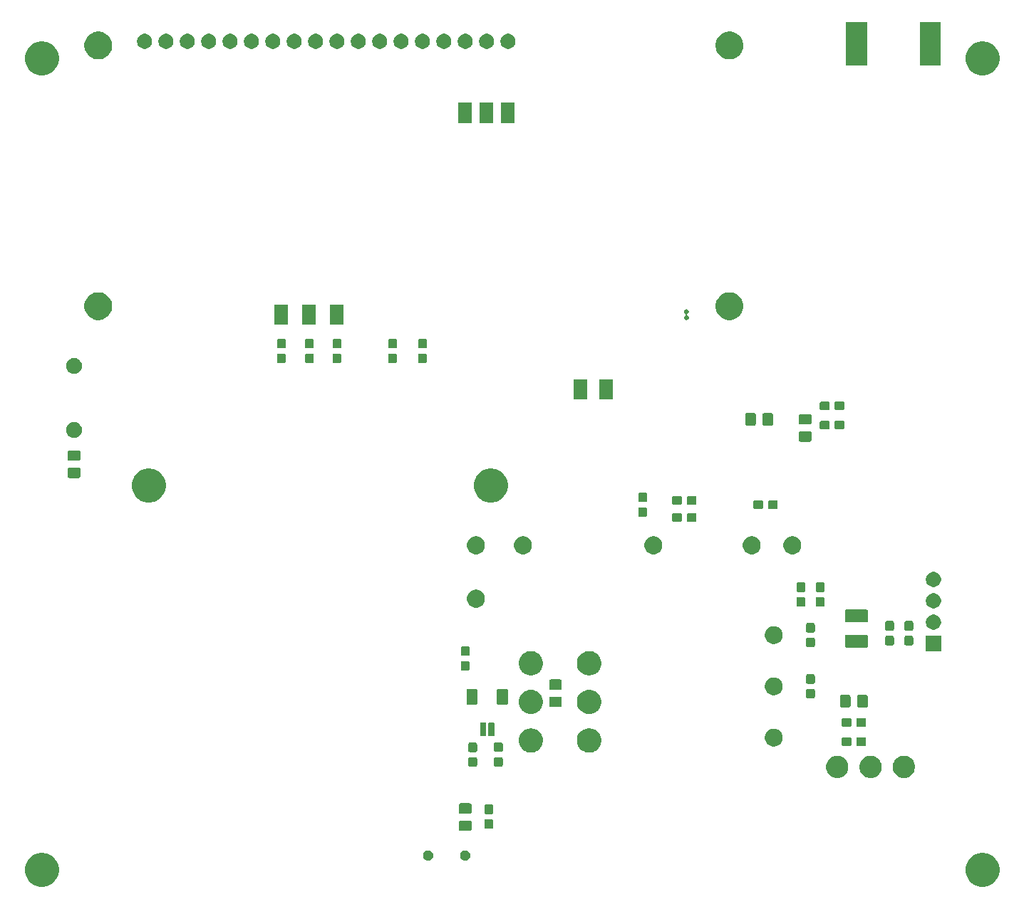
<source format=gbs>
G04 #@! TF.GenerationSoftware,KiCad,Pcbnew,(5.1.5)-3*
G04 #@! TF.CreationDate,2020-03-06T01:27:03-08:00*
G04 #@! TF.ProjectId,pandora,70616e64-6f72-4612-9e6b-696361645f70,A*
G04 #@! TF.SameCoordinates,PXf877d2b8PY8db4db0*
G04 #@! TF.FileFunction,Soldermask,Bot*
G04 #@! TF.FilePolarity,Negative*
%FSLAX46Y46*%
G04 Gerber Fmt 4.6, Leading zero omitted, Abs format (unit mm)*
G04 Created by KiCad (PCBNEW (5.1.5)-3) date 2020-03-06 01:27:03*
%MOMM*%
%LPD*%
G04 APERTURE LIST*
%ADD10C,0.100000*%
G04 APERTURE END LIST*
D10*
G36*
X117301899Y7060136D02*
G01*
X117432771Y7034104D01*
X117802608Y6880912D01*
X118135452Y6658513D01*
X118418513Y6375452D01*
X118640912Y6042608D01*
X118794104Y5672771D01*
X118872200Y5280154D01*
X118872200Y4879846D01*
X118794104Y4487229D01*
X118640912Y4117392D01*
X118418513Y3784548D01*
X118135452Y3501487D01*
X117802608Y3279088D01*
X117432771Y3125896D01*
X117301899Y3099864D01*
X117040156Y3047800D01*
X116639844Y3047800D01*
X116378101Y3099864D01*
X116247229Y3125896D01*
X115877392Y3279088D01*
X115544548Y3501487D01*
X115261487Y3784548D01*
X115039088Y4117392D01*
X114885896Y4487229D01*
X114807800Y4879846D01*
X114807800Y5280154D01*
X114885896Y5672771D01*
X115039088Y6042608D01*
X115261487Y6375452D01*
X115544548Y6658513D01*
X115877392Y6880912D01*
X116247229Y7034104D01*
X116378101Y7060136D01*
X116639844Y7112200D01*
X117040156Y7112200D01*
X117301899Y7060136D01*
G37*
G36*
X5541899Y7060136D02*
G01*
X5672771Y7034104D01*
X6042608Y6880912D01*
X6375452Y6658513D01*
X6658513Y6375452D01*
X6880912Y6042608D01*
X7034104Y5672771D01*
X7112200Y5280154D01*
X7112200Y4879846D01*
X7034104Y4487229D01*
X6880912Y4117392D01*
X6658513Y3784548D01*
X6375452Y3501487D01*
X6042608Y3279088D01*
X5672771Y3125896D01*
X5541899Y3099864D01*
X5280156Y3047800D01*
X4879844Y3047800D01*
X4618101Y3099864D01*
X4487229Y3125896D01*
X4117392Y3279088D01*
X3784548Y3501487D01*
X3501487Y3784548D01*
X3279088Y4117392D01*
X3125896Y4487229D01*
X3047800Y4879846D01*
X3047800Y5280154D01*
X3125896Y5672771D01*
X3279088Y6042608D01*
X3501487Y6375452D01*
X3784548Y6658513D01*
X4117392Y6880912D01*
X4487229Y7034104D01*
X4618101Y7060136D01*
X4879844Y7112200D01*
X5280156Y7112200D01*
X5541899Y7060136D01*
G37*
G36*
X51137839Y7374858D02*
G01*
X51247198Y7329560D01*
X51345618Y7263798D01*
X51429318Y7180098D01*
X51495080Y7081678D01*
X51540378Y6972319D01*
X51563470Y6856225D01*
X51563470Y6737855D01*
X51540378Y6621761D01*
X51495080Y6512402D01*
X51429318Y6413982D01*
X51345618Y6330282D01*
X51247198Y6264520D01*
X51137839Y6219222D01*
X51021745Y6196130D01*
X50903375Y6196130D01*
X50787281Y6219222D01*
X50677922Y6264520D01*
X50579502Y6330282D01*
X50495802Y6413982D01*
X50430040Y6512402D01*
X50384742Y6621761D01*
X50361650Y6737855D01*
X50361650Y6856225D01*
X50384742Y6972319D01*
X50430040Y7081678D01*
X50495802Y7180098D01*
X50579502Y7263798D01*
X50677922Y7329560D01*
X50787281Y7374858D01*
X50903375Y7397950D01*
X51021745Y7397950D01*
X51137839Y7374858D01*
G37*
G36*
X55537119Y7374858D02*
G01*
X55646478Y7329560D01*
X55744898Y7263798D01*
X55828598Y7180098D01*
X55894360Y7081678D01*
X55939658Y6972319D01*
X55962750Y6856225D01*
X55962750Y6737855D01*
X55939658Y6621761D01*
X55894360Y6512402D01*
X55828598Y6413982D01*
X55744898Y6330282D01*
X55646478Y6264520D01*
X55537119Y6219222D01*
X55421025Y6196130D01*
X55302655Y6196130D01*
X55186561Y6219222D01*
X55077202Y6264520D01*
X54978782Y6330282D01*
X54895082Y6413982D01*
X54829320Y6512402D01*
X54784022Y6621761D01*
X54760930Y6737855D01*
X54760930Y6856225D01*
X54784022Y6972319D01*
X54829320Y7081678D01*
X54895082Y7180098D01*
X54978782Y7263798D01*
X55077202Y7329560D01*
X55186561Y7374858D01*
X55302655Y7397950D01*
X55421025Y7397950D01*
X55537119Y7374858D01*
G37*
G36*
X55960674Y10943534D02*
G01*
X55998367Y10932100D01*
X56033103Y10913533D01*
X56063548Y10888547D01*
X56088534Y10858102D01*
X56107101Y10823366D01*
X56118535Y10785673D01*
X56123000Y10740338D01*
X56123000Y9903660D01*
X56118535Y9858325D01*
X56107101Y9820632D01*
X56088534Y9785896D01*
X56063548Y9755451D01*
X56033103Y9730465D01*
X55998367Y9711898D01*
X55960674Y9700464D01*
X55915339Y9695999D01*
X54828661Y9695999D01*
X54783326Y9700464D01*
X54745633Y9711898D01*
X54710897Y9730465D01*
X54680452Y9755451D01*
X54655466Y9785896D01*
X54636899Y9820632D01*
X54625465Y9858325D01*
X54621000Y9903660D01*
X54621000Y10740338D01*
X54625465Y10785673D01*
X54636899Y10823366D01*
X54655466Y10858102D01*
X54680452Y10888547D01*
X54710897Y10913533D01*
X54745633Y10932100D01*
X54783326Y10943534D01*
X54828661Y10947999D01*
X55915339Y10947999D01*
X55960674Y10943534D01*
G37*
G36*
X58530499Y11109554D02*
G01*
X58567995Y11098179D01*
X58602554Y11079707D01*
X58632847Y11054846D01*
X58657708Y11024553D01*
X58676180Y10989994D01*
X58687555Y10952498D01*
X58692000Y10907361D01*
X58692000Y10168637D01*
X58687555Y10123500D01*
X58676180Y10086004D01*
X58657708Y10051445D01*
X58632847Y10021152D01*
X58602554Y9996291D01*
X58567995Y9977819D01*
X58530499Y9966444D01*
X58485362Y9961999D01*
X57846638Y9961999D01*
X57801501Y9966444D01*
X57764005Y9977819D01*
X57729446Y9996291D01*
X57699153Y10021152D01*
X57674292Y10051445D01*
X57655820Y10086004D01*
X57644445Y10123500D01*
X57640000Y10168637D01*
X57640000Y10907361D01*
X57644445Y10952498D01*
X57655820Y10989994D01*
X57674292Y11024553D01*
X57699153Y11054846D01*
X57729446Y11079707D01*
X57764005Y11098179D01*
X57801501Y11109554D01*
X57846638Y11113999D01*
X58485362Y11113999D01*
X58530499Y11109554D01*
G37*
G36*
X58530499Y12859554D02*
G01*
X58567995Y12848179D01*
X58602554Y12829707D01*
X58632847Y12804846D01*
X58657708Y12774553D01*
X58676180Y12739994D01*
X58687555Y12702498D01*
X58692000Y12657361D01*
X58692000Y11918637D01*
X58687555Y11873500D01*
X58676180Y11836004D01*
X58657708Y11801445D01*
X58632847Y11771152D01*
X58602554Y11746291D01*
X58567995Y11727819D01*
X58530499Y11716444D01*
X58485362Y11711999D01*
X57846638Y11711999D01*
X57801501Y11716444D01*
X57764005Y11727819D01*
X57729446Y11746291D01*
X57699153Y11771152D01*
X57674292Y11801445D01*
X57655820Y11836004D01*
X57644445Y11873500D01*
X57640000Y11918637D01*
X57640000Y12657361D01*
X57644445Y12702498D01*
X57655820Y12739994D01*
X57674292Y12774553D01*
X57699153Y12804846D01*
X57729446Y12829707D01*
X57764005Y12848179D01*
X57801501Y12859554D01*
X57846638Y12863999D01*
X58485362Y12863999D01*
X58530499Y12859554D01*
G37*
G36*
X55960674Y12993534D02*
G01*
X55998367Y12982100D01*
X56033103Y12963533D01*
X56063548Y12938547D01*
X56088534Y12908102D01*
X56107101Y12873366D01*
X56118535Y12835673D01*
X56123000Y12790338D01*
X56123000Y11953660D01*
X56118535Y11908325D01*
X56107101Y11870632D01*
X56088534Y11835896D01*
X56063548Y11805451D01*
X56033103Y11780465D01*
X55998367Y11761898D01*
X55960674Y11750464D01*
X55915339Y11745999D01*
X54828661Y11745999D01*
X54783326Y11750464D01*
X54745633Y11761898D01*
X54710897Y11780465D01*
X54680452Y11805451D01*
X54655466Y11835896D01*
X54636899Y11870632D01*
X54625465Y11908325D01*
X54621000Y11953660D01*
X54621000Y12790338D01*
X54625465Y12835673D01*
X54636899Y12873366D01*
X54655466Y12908102D01*
X54680452Y12938547D01*
X54710897Y12963533D01*
X54745633Y12982100D01*
X54783326Y12993534D01*
X54828661Y12997999D01*
X55915339Y12997999D01*
X55960674Y12993534D01*
G37*
G36*
X107753714Y18626616D02*
G01*
X107881322Y18601233D01*
X108022148Y18542901D01*
X108121727Y18501654D01*
X108152368Y18481180D01*
X108338089Y18357086D01*
X108522088Y18173087D01*
X108618685Y18028519D01*
X108666656Y17956725D01*
X108707903Y17857146D01*
X108766235Y17716320D01*
X108766235Y17716318D01*
X108811183Y17490353D01*
X108817000Y17461105D01*
X108817000Y17200891D01*
X108766235Y16945676D01*
X108707903Y16804850D01*
X108666656Y16705271D01*
X108666655Y16705270D01*
X108522088Y16488909D01*
X108338089Y16304910D01*
X108193521Y16208313D01*
X108121727Y16160342D01*
X108022148Y16119095D01*
X107881322Y16060763D01*
X107753714Y16035380D01*
X107626109Y16009998D01*
X107365891Y16009998D01*
X107238286Y16035380D01*
X107110678Y16060763D01*
X106969852Y16119095D01*
X106870273Y16160342D01*
X106798479Y16208313D01*
X106653911Y16304910D01*
X106469912Y16488909D01*
X106325345Y16705270D01*
X106325344Y16705271D01*
X106284097Y16804850D01*
X106225765Y16945676D01*
X106175000Y17200891D01*
X106175000Y17461105D01*
X106180818Y17490353D01*
X106225765Y17716318D01*
X106225765Y17716320D01*
X106284097Y17857146D01*
X106325344Y17956725D01*
X106373315Y18028519D01*
X106469912Y18173087D01*
X106653911Y18357086D01*
X106839632Y18481180D01*
X106870273Y18501654D01*
X106969852Y18542901D01*
X107110678Y18601233D01*
X107238286Y18626616D01*
X107365891Y18651998D01*
X107626109Y18651998D01*
X107753714Y18626616D01*
G37*
G36*
X103791314Y18626616D02*
G01*
X103918922Y18601233D01*
X104059748Y18542901D01*
X104159327Y18501654D01*
X104189968Y18481180D01*
X104375689Y18357086D01*
X104559688Y18173087D01*
X104656285Y18028519D01*
X104704256Y17956725D01*
X104745503Y17857146D01*
X104803835Y17716320D01*
X104803835Y17716318D01*
X104848783Y17490353D01*
X104854600Y17461105D01*
X104854600Y17200891D01*
X104803835Y16945676D01*
X104745503Y16804850D01*
X104704256Y16705271D01*
X104704255Y16705270D01*
X104559688Y16488909D01*
X104375689Y16304910D01*
X104231121Y16208313D01*
X104159327Y16160342D01*
X104059748Y16119095D01*
X103918922Y16060763D01*
X103791314Y16035380D01*
X103663709Y16009998D01*
X103403491Y16009998D01*
X103275886Y16035380D01*
X103148278Y16060763D01*
X103007452Y16119095D01*
X102907873Y16160342D01*
X102836079Y16208313D01*
X102691511Y16304910D01*
X102507512Y16488909D01*
X102362945Y16705270D01*
X102362944Y16705271D01*
X102321697Y16804850D01*
X102263365Y16945676D01*
X102212600Y17200891D01*
X102212600Y17461105D01*
X102218418Y17490353D01*
X102263365Y17716318D01*
X102263365Y17716320D01*
X102321697Y17857146D01*
X102362944Y17956725D01*
X102410915Y18028519D01*
X102507512Y18173087D01*
X102691511Y18357086D01*
X102877232Y18481180D01*
X102907873Y18501654D01*
X103007452Y18542901D01*
X103148278Y18601233D01*
X103275886Y18626616D01*
X103403491Y18651998D01*
X103663709Y18651998D01*
X103791314Y18626616D01*
G37*
G36*
X99828914Y18626616D02*
G01*
X99956522Y18601233D01*
X100097348Y18542901D01*
X100196927Y18501654D01*
X100227568Y18481180D01*
X100413289Y18357086D01*
X100597288Y18173087D01*
X100693885Y18028519D01*
X100741856Y17956725D01*
X100783103Y17857146D01*
X100841435Y17716320D01*
X100841435Y17716318D01*
X100886383Y17490353D01*
X100892200Y17461105D01*
X100892200Y17200891D01*
X100841435Y16945676D01*
X100783103Y16804850D01*
X100741856Y16705271D01*
X100741855Y16705270D01*
X100597288Y16488909D01*
X100413289Y16304910D01*
X100268721Y16208313D01*
X100196927Y16160342D01*
X100097348Y16119095D01*
X99956522Y16060763D01*
X99828914Y16035380D01*
X99701309Y16009998D01*
X99441091Y16009998D01*
X99313486Y16035380D01*
X99185878Y16060763D01*
X99045052Y16119095D01*
X98945473Y16160342D01*
X98873679Y16208313D01*
X98729111Y16304910D01*
X98545112Y16488909D01*
X98400545Y16705270D01*
X98400544Y16705271D01*
X98359297Y16804850D01*
X98300965Y16945676D01*
X98250200Y17200891D01*
X98250200Y17461105D01*
X98256018Y17490353D01*
X98300965Y17716318D01*
X98300965Y17716320D01*
X98359297Y17857146D01*
X98400544Y17956725D01*
X98448515Y18028519D01*
X98545112Y18173087D01*
X98729111Y18357086D01*
X98914832Y18481180D01*
X98945473Y18501654D01*
X99045052Y18542901D01*
X99185878Y18601233D01*
X99313486Y18626616D01*
X99441091Y18651998D01*
X99701309Y18651998D01*
X99828914Y18626616D01*
G37*
G36*
X56625499Y18475554D02*
G01*
X56662995Y18464179D01*
X56697554Y18445707D01*
X56727847Y18420846D01*
X56752708Y18390553D01*
X56771180Y18355994D01*
X56782555Y18318498D01*
X56787000Y18273361D01*
X56787000Y17534637D01*
X56782555Y17489500D01*
X56771180Y17452004D01*
X56752708Y17417445D01*
X56727847Y17387152D01*
X56697554Y17362291D01*
X56662995Y17343819D01*
X56625499Y17332444D01*
X56580362Y17327999D01*
X55941638Y17327999D01*
X55896501Y17332444D01*
X55859005Y17343819D01*
X55824446Y17362291D01*
X55794153Y17387152D01*
X55769292Y17417445D01*
X55750820Y17452004D01*
X55739445Y17489500D01*
X55735000Y17534637D01*
X55735000Y18273361D01*
X55739445Y18318498D01*
X55750820Y18355994D01*
X55769292Y18390553D01*
X55794153Y18420846D01*
X55824446Y18445707D01*
X55859005Y18464179D01*
X55896501Y18475554D01*
X55941638Y18479999D01*
X56580362Y18479999D01*
X56625499Y18475554D01*
G37*
G36*
X59673499Y18492555D02*
G01*
X59710995Y18481180D01*
X59745554Y18462708D01*
X59775847Y18437847D01*
X59800708Y18407554D01*
X59819180Y18372995D01*
X59830555Y18335499D01*
X59835000Y18290362D01*
X59835000Y17551638D01*
X59830555Y17506501D01*
X59819180Y17469005D01*
X59800708Y17434446D01*
X59775847Y17404153D01*
X59745554Y17379292D01*
X59710995Y17360820D01*
X59673499Y17349445D01*
X59628362Y17345000D01*
X58989638Y17345000D01*
X58944501Y17349445D01*
X58907005Y17360820D01*
X58872446Y17379292D01*
X58842153Y17404153D01*
X58817292Y17434446D01*
X58798820Y17469005D01*
X58787445Y17506501D01*
X58783000Y17551638D01*
X58783000Y18290362D01*
X58787445Y18335499D01*
X58798820Y18372995D01*
X58817292Y18407554D01*
X58842153Y18437847D01*
X58872446Y18462708D01*
X58907005Y18481180D01*
X58944501Y18492555D01*
X58989638Y18497000D01*
X59628362Y18497000D01*
X59673499Y18492555D01*
G37*
G36*
X63459092Y21885776D02*
G01*
X63598967Y21857953D01*
X63785301Y21780771D01*
X63843745Y21756563D01*
X63862486Y21748800D01*
X64099647Y21590334D01*
X64301336Y21388645D01*
X64459802Y21151484D01*
X64568955Y20887965D01*
X64586119Y20801677D01*
X64618406Y20639362D01*
X64624601Y20608215D01*
X64624601Y20322983D01*
X64568955Y20043233D01*
X64532615Y19955501D01*
X64461993Y19785002D01*
X64459802Y19779714D01*
X64301336Y19542553D01*
X64099647Y19340864D01*
X63862486Y19182398D01*
X63598967Y19073245D01*
X63459092Y19045422D01*
X63319218Y19017599D01*
X63033984Y19017599D01*
X62894110Y19045422D01*
X62754235Y19073245D01*
X62490716Y19182398D01*
X62253555Y19340864D01*
X62051866Y19542553D01*
X61893400Y19779714D01*
X61891210Y19785002D01*
X61820587Y19955501D01*
X61784247Y20043233D01*
X61728601Y20322983D01*
X61728601Y20608215D01*
X61734797Y20639362D01*
X61767083Y20801677D01*
X61784247Y20887965D01*
X61893400Y21151484D01*
X62051866Y21388645D01*
X62253555Y21590334D01*
X62490716Y21748800D01*
X62509458Y21756563D01*
X62567901Y21780771D01*
X62754235Y21857953D01*
X62894110Y21885776D01*
X63033984Y21913599D01*
X63319218Y21913599D01*
X63459092Y21885776D01*
G37*
G36*
X70367892Y21885776D02*
G01*
X70507767Y21857953D01*
X70694101Y21780771D01*
X70752545Y21756563D01*
X70771286Y21748800D01*
X71008447Y21590334D01*
X71210136Y21388645D01*
X71368602Y21151484D01*
X71477755Y20887965D01*
X71494919Y20801677D01*
X71527206Y20639362D01*
X71533401Y20608215D01*
X71533401Y20322983D01*
X71477755Y20043233D01*
X71441415Y19955501D01*
X71370793Y19785002D01*
X71368602Y19779714D01*
X71210136Y19542553D01*
X71008447Y19340864D01*
X70771286Y19182398D01*
X70507767Y19073245D01*
X70367892Y19045422D01*
X70228018Y19017599D01*
X69942784Y19017599D01*
X69802910Y19045422D01*
X69663035Y19073245D01*
X69399516Y19182398D01*
X69162355Y19340864D01*
X68960666Y19542553D01*
X68802200Y19779714D01*
X68800010Y19785002D01*
X68729387Y19955501D01*
X68693047Y20043233D01*
X68637401Y20322983D01*
X68637401Y20608215D01*
X68643597Y20639362D01*
X68675883Y20801677D01*
X68693047Y20887965D01*
X68802200Y21151484D01*
X68960666Y21388645D01*
X69162355Y21590334D01*
X69399516Y21748800D01*
X69418258Y21756563D01*
X69476701Y21780771D01*
X69663035Y21857953D01*
X69802910Y21885776D01*
X69942784Y21913599D01*
X70228018Y21913599D01*
X70367892Y21885776D01*
G37*
G36*
X56625499Y20225554D02*
G01*
X56662995Y20214179D01*
X56697554Y20195707D01*
X56727847Y20170846D01*
X56752708Y20140553D01*
X56771180Y20105994D01*
X56782555Y20068498D01*
X56787000Y20023361D01*
X56787000Y19284637D01*
X56782555Y19239500D01*
X56771180Y19202004D01*
X56752708Y19167445D01*
X56727847Y19137152D01*
X56697554Y19112291D01*
X56662995Y19093819D01*
X56625499Y19082444D01*
X56580362Y19077999D01*
X55941638Y19077999D01*
X55896501Y19082444D01*
X55859005Y19093819D01*
X55824446Y19112291D01*
X55794153Y19137152D01*
X55769292Y19167445D01*
X55750820Y19202004D01*
X55739445Y19239500D01*
X55735000Y19284637D01*
X55735000Y20023361D01*
X55739445Y20068498D01*
X55750820Y20105994D01*
X55769292Y20140553D01*
X55794153Y20170846D01*
X55824446Y20195707D01*
X55859005Y20214179D01*
X55896501Y20225554D01*
X55941638Y20229999D01*
X56580362Y20229999D01*
X56625499Y20225554D01*
G37*
G36*
X59673499Y20242555D02*
G01*
X59710995Y20231180D01*
X59745554Y20212708D01*
X59775847Y20187847D01*
X59800708Y20157554D01*
X59819180Y20122995D01*
X59830555Y20085499D01*
X59835000Y20040362D01*
X59835000Y19301638D01*
X59830555Y19256501D01*
X59819180Y19219005D01*
X59800708Y19184446D01*
X59775847Y19154153D01*
X59745554Y19129292D01*
X59710995Y19110820D01*
X59673499Y19099445D01*
X59628362Y19095000D01*
X58989638Y19095000D01*
X58944501Y19099445D01*
X58907005Y19110820D01*
X58872446Y19129292D01*
X58842153Y19154153D01*
X58817292Y19184446D01*
X58798820Y19219005D01*
X58787445Y19256501D01*
X58783000Y19301638D01*
X58783000Y20040362D01*
X58787445Y20085499D01*
X58798820Y20122995D01*
X58817292Y20157554D01*
X58842153Y20187847D01*
X58872446Y20212708D01*
X58907005Y20231180D01*
X58944501Y20242555D01*
X58989638Y20247000D01*
X59628362Y20247000D01*
X59673499Y20242555D01*
G37*
G36*
X92342232Y21836996D02*
G01*
X92536413Y21756563D01*
X92536415Y21756562D01*
X92711174Y21639792D01*
X92859794Y21491172D01*
X92976564Y21316413D01*
X92976565Y21316411D01*
X93056998Y21122230D01*
X93098001Y20916091D01*
X93098001Y20705907D01*
X93056998Y20499768D01*
X92983771Y20322983D01*
X92976564Y20305585D01*
X92859794Y20130826D01*
X92711174Y19982206D01*
X92536415Y19865436D01*
X92536414Y19865435D01*
X92536413Y19865435D01*
X92342232Y19785002D01*
X92136093Y19743999D01*
X91925909Y19743999D01*
X91719770Y19785002D01*
X91525589Y19865435D01*
X91525588Y19865435D01*
X91525587Y19865436D01*
X91350828Y19982206D01*
X91202208Y20130826D01*
X91085438Y20305585D01*
X91078231Y20322983D01*
X91005004Y20499768D01*
X90964001Y20705907D01*
X90964001Y20916091D01*
X91005004Y21122230D01*
X91085437Y21316411D01*
X91085438Y21316413D01*
X91202208Y21491172D01*
X91350828Y21639792D01*
X91525587Y21756562D01*
X91525589Y21756563D01*
X91719770Y21836996D01*
X91925909Y21877999D01*
X92136093Y21877999D01*
X92342232Y21836996D01*
G37*
G36*
X102839500Y20841555D02*
G01*
X102876996Y20830180D01*
X102911555Y20811708D01*
X102941848Y20786847D01*
X102966709Y20756554D01*
X102985181Y20721995D01*
X102996556Y20684499D01*
X103001001Y20639362D01*
X103001001Y20000638D01*
X102996556Y19955501D01*
X102985181Y19918005D01*
X102966709Y19883446D01*
X102941848Y19853153D01*
X102911555Y19828292D01*
X102876996Y19809820D01*
X102839500Y19798445D01*
X102794363Y19794000D01*
X102055639Y19794000D01*
X102010502Y19798445D01*
X101973006Y19809820D01*
X101938447Y19828292D01*
X101908154Y19853153D01*
X101883293Y19883446D01*
X101864821Y19918005D01*
X101853446Y19955501D01*
X101849001Y20000638D01*
X101849001Y20639362D01*
X101853446Y20684499D01*
X101864821Y20721995D01*
X101883293Y20756554D01*
X101908154Y20786847D01*
X101938447Y20811708D01*
X101973006Y20830180D01*
X102010502Y20841555D01*
X102055639Y20846000D01*
X102794363Y20846000D01*
X102839500Y20841555D01*
G37*
G36*
X101089500Y20841555D02*
G01*
X101126996Y20830180D01*
X101161555Y20811708D01*
X101191848Y20786847D01*
X101216709Y20756554D01*
X101235181Y20721995D01*
X101246556Y20684499D01*
X101251001Y20639362D01*
X101251001Y20000638D01*
X101246556Y19955501D01*
X101235181Y19918005D01*
X101216709Y19883446D01*
X101191848Y19853153D01*
X101161555Y19828292D01*
X101126996Y19809820D01*
X101089500Y19798445D01*
X101044363Y19794000D01*
X100305639Y19794000D01*
X100260502Y19798445D01*
X100223006Y19809820D01*
X100188447Y19828292D01*
X100158154Y19853153D01*
X100133293Y19883446D01*
X100114821Y19918005D01*
X100103446Y19955501D01*
X100099001Y20000638D01*
X100099001Y20639362D01*
X100103446Y20684499D01*
X100114821Y20721995D01*
X100133293Y20756554D01*
X100158154Y20786847D01*
X100188447Y20811708D01*
X100223006Y20830180D01*
X100260502Y20841555D01*
X100305639Y20846000D01*
X101044363Y20846000D01*
X101089500Y20841555D01*
G37*
G36*
X58738929Y22616235D02*
G01*
X58760010Y22609839D01*
X58779446Y22599451D01*
X58796477Y22585475D01*
X58810453Y22568444D01*
X58820841Y22549008D01*
X58827237Y22527927D01*
X58830001Y22499859D01*
X58830001Y21086139D01*
X58827237Y21058071D01*
X58820841Y21036990D01*
X58810453Y21017554D01*
X58796477Y21000523D01*
X58779446Y20986547D01*
X58760010Y20976159D01*
X58738929Y20969763D01*
X58710861Y20966999D01*
X58247141Y20966999D01*
X58219073Y20969763D01*
X58197992Y20976159D01*
X58178556Y20986547D01*
X58161525Y21000523D01*
X58147549Y21017554D01*
X58137161Y21036990D01*
X58130765Y21058071D01*
X58128001Y21086139D01*
X58128001Y22499859D01*
X58130765Y22527927D01*
X58137161Y22549008D01*
X58147549Y22568444D01*
X58161525Y22585475D01*
X58178556Y22599451D01*
X58197992Y22609839D01*
X58219073Y22616235D01*
X58247141Y22618999D01*
X58710861Y22618999D01*
X58738929Y22616235D01*
G37*
G36*
X57738929Y22616235D02*
G01*
X57760010Y22609839D01*
X57779446Y22599451D01*
X57796477Y22585475D01*
X57810453Y22568444D01*
X57820841Y22549008D01*
X57827237Y22527927D01*
X57830001Y22499859D01*
X57830001Y21086139D01*
X57827237Y21058071D01*
X57820841Y21036990D01*
X57810453Y21017554D01*
X57796477Y21000523D01*
X57779446Y20986547D01*
X57760010Y20976159D01*
X57738929Y20969763D01*
X57710861Y20966999D01*
X57247141Y20966999D01*
X57219073Y20969763D01*
X57197992Y20976159D01*
X57178556Y20986547D01*
X57161525Y21000523D01*
X57147549Y21017554D01*
X57137161Y21036990D01*
X57130765Y21058071D01*
X57128001Y21086139D01*
X57128001Y22499859D01*
X57130765Y22527927D01*
X57137161Y22549008D01*
X57147549Y22568444D01*
X57161525Y22585475D01*
X57178556Y22599451D01*
X57197992Y22609839D01*
X57219073Y22616235D01*
X57247141Y22618999D01*
X57710861Y22618999D01*
X57738929Y22616235D01*
G37*
G36*
X102839500Y23127555D02*
G01*
X102876996Y23116180D01*
X102911555Y23097708D01*
X102941848Y23072847D01*
X102966709Y23042554D01*
X102985181Y23007995D01*
X102996556Y22970499D01*
X103001001Y22925362D01*
X103001001Y22286638D01*
X102996556Y22241501D01*
X102985181Y22204005D01*
X102966709Y22169446D01*
X102941848Y22139153D01*
X102911555Y22114292D01*
X102876996Y22095820D01*
X102839500Y22084445D01*
X102794363Y22080000D01*
X102055639Y22080000D01*
X102010502Y22084445D01*
X101973006Y22095820D01*
X101938447Y22114292D01*
X101908154Y22139153D01*
X101883293Y22169446D01*
X101864821Y22204005D01*
X101853446Y22241501D01*
X101849001Y22286638D01*
X101849001Y22925362D01*
X101853446Y22970499D01*
X101864821Y23007995D01*
X101883293Y23042554D01*
X101908154Y23072847D01*
X101938447Y23097708D01*
X101973006Y23116180D01*
X102010502Y23127555D01*
X102055639Y23132000D01*
X102794363Y23132000D01*
X102839500Y23127555D01*
G37*
G36*
X101089500Y23127555D02*
G01*
X101126996Y23116180D01*
X101161555Y23097708D01*
X101191848Y23072847D01*
X101216709Y23042554D01*
X101235181Y23007995D01*
X101246556Y22970499D01*
X101251001Y22925362D01*
X101251001Y22286638D01*
X101246556Y22241501D01*
X101235181Y22204005D01*
X101216709Y22169446D01*
X101191848Y22139153D01*
X101161555Y22114292D01*
X101126996Y22095820D01*
X101089500Y22084445D01*
X101044363Y22080000D01*
X100305639Y22080000D01*
X100260502Y22084445D01*
X100223006Y22095820D01*
X100188447Y22114292D01*
X100158154Y22139153D01*
X100133293Y22169446D01*
X100114821Y22204005D01*
X100103446Y22241501D01*
X100099001Y22286638D01*
X100099001Y22925362D01*
X100103446Y22970499D01*
X100114821Y23007995D01*
X100133293Y23042554D01*
X100158154Y23072847D01*
X100188447Y23097708D01*
X100223006Y23116180D01*
X100260502Y23127555D01*
X100305639Y23132000D01*
X101044363Y23132000D01*
X101089500Y23127555D01*
G37*
G36*
X63419185Y26491114D02*
G01*
X63598967Y26455353D01*
X63862486Y26346200D01*
X64099647Y26187734D01*
X64301336Y25986045D01*
X64459802Y25748884D01*
X64568955Y25485365D01*
X64624601Y25205615D01*
X64624601Y24920383D01*
X64568955Y24640633D01*
X64459802Y24377114D01*
X64301336Y24139953D01*
X64099647Y23938264D01*
X63862486Y23779798D01*
X63598967Y23670645D01*
X63459092Y23642822D01*
X63319218Y23614999D01*
X63033984Y23614999D01*
X62894110Y23642822D01*
X62754235Y23670645D01*
X62490716Y23779798D01*
X62253555Y23938264D01*
X62051866Y24139953D01*
X61893400Y24377114D01*
X61784247Y24640633D01*
X61728601Y24920383D01*
X61728601Y25205615D01*
X61784247Y25485365D01*
X61893400Y25748884D01*
X62051866Y25986045D01*
X62253555Y26187734D01*
X62490716Y26346200D01*
X62754235Y26455353D01*
X62934017Y26491114D01*
X63033984Y26510999D01*
X63319218Y26510999D01*
X63419185Y26491114D01*
G37*
G36*
X70327985Y26491114D02*
G01*
X70507767Y26455353D01*
X70771286Y26346200D01*
X71008447Y26187734D01*
X71210136Y25986045D01*
X71368602Y25748884D01*
X71477755Y25485365D01*
X71533401Y25205615D01*
X71533401Y24920383D01*
X71477755Y24640633D01*
X71368602Y24377114D01*
X71210136Y24139953D01*
X71008447Y23938264D01*
X70771286Y23779798D01*
X70507767Y23670645D01*
X70367892Y23642822D01*
X70228018Y23614999D01*
X69942784Y23614999D01*
X69802910Y23642822D01*
X69663035Y23670645D01*
X69399516Y23779798D01*
X69162355Y23938264D01*
X68960666Y24139953D01*
X68802200Y24377114D01*
X68693047Y24640633D01*
X68637401Y24920383D01*
X68637401Y25205615D01*
X68693047Y25485365D01*
X68802200Y25748884D01*
X68960666Y25986045D01*
X69162355Y26187734D01*
X69399516Y26346200D01*
X69663035Y26455353D01*
X69842817Y26491114D01*
X69942784Y26510999D01*
X70228018Y26510999D01*
X70327985Y26491114D01*
G37*
G36*
X100988675Y25892535D02*
G01*
X101026368Y25881101D01*
X101061104Y25862534D01*
X101091549Y25837548D01*
X101116535Y25807103D01*
X101135102Y25772367D01*
X101146536Y25734674D01*
X101151001Y25689339D01*
X101151001Y24602661D01*
X101146536Y24557326D01*
X101135102Y24519633D01*
X101116535Y24484897D01*
X101091549Y24454452D01*
X101061104Y24429466D01*
X101026368Y24410899D01*
X100988675Y24399465D01*
X100943340Y24395000D01*
X100106662Y24395000D01*
X100061327Y24399465D01*
X100023634Y24410899D01*
X99988898Y24429466D01*
X99958453Y24454452D01*
X99933467Y24484897D01*
X99914900Y24519633D01*
X99903466Y24557326D01*
X99899001Y24602661D01*
X99899001Y25689339D01*
X99903466Y25734674D01*
X99914900Y25772367D01*
X99933467Y25807103D01*
X99958453Y25837548D01*
X99988898Y25862534D01*
X100023634Y25881101D01*
X100061327Y25892535D01*
X100106662Y25897000D01*
X100943340Y25897000D01*
X100988675Y25892535D01*
G37*
G36*
X103038675Y25892535D02*
G01*
X103076368Y25881101D01*
X103111104Y25862534D01*
X103141549Y25837548D01*
X103166535Y25807103D01*
X103185102Y25772367D01*
X103196536Y25734674D01*
X103201001Y25689339D01*
X103201001Y24602661D01*
X103196536Y24557326D01*
X103185102Y24519633D01*
X103166535Y24484897D01*
X103141549Y24454452D01*
X103111104Y24429466D01*
X103076368Y24410899D01*
X103038675Y24399465D01*
X102993340Y24395000D01*
X102156662Y24395000D01*
X102111327Y24399465D01*
X102073634Y24410899D01*
X102038898Y24429466D01*
X102008453Y24454452D01*
X101983467Y24484897D01*
X101964900Y24519633D01*
X101953466Y24557326D01*
X101949001Y24602661D01*
X101949001Y25689339D01*
X101953466Y25734674D01*
X101964900Y25772367D01*
X101983467Y25807103D01*
X102008453Y25837548D01*
X102038898Y25862534D01*
X102073634Y25881101D01*
X102111327Y25892535D01*
X102156662Y25897000D01*
X102993340Y25897000D01*
X103038675Y25892535D01*
G37*
G36*
X66695675Y25675534D02*
G01*
X66733368Y25664100D01*
X66768104Y25645533D01*
X66798549Y25620547D01*
X66823535Y25590102D01*
X66842102Y25555366D01*
X66853536Y25517673D01*
X66858001Y25472338D01*
X66858001Y24635660D01*
X66853536Y24590325D01*
X66842102Y24552632D01*
X66823535Y24517896D01*
X66798549Y24487451D01*
X66768104Y24462465D01*
X66733368Y24443898D01*
X66695675Y24432464D01*
X66650340Y24427999D01*
X65563662Y24427999D01*
X65518327Y24432464D01*
X65480634Y24443898D01*
X65445898Y24462465D01*
X65415453Y24487451D01*
X65390467Y24517896D01*
X65371900Y24552632D01*
X65360466Y24590325D01*
X65356001Y24635660D01*
X65356001Y25472338D01*
X65360466Y25517673D01*
X65371900Y25555366D01*
X65390467Y25590102D01*
X65415453Y25620547D01*
X65445898Y25645533D01*
X65480634Y25664100D01*
X65518327Y25675534D01*
X65563662Y25679999D01*
X66650340Y25679999D01*
X66695675Y25675534D01*
G37*
G36*
X56670243Y26614595D02*
G01*
X56707338Y26603342D01*
X56741516Y26585074D01*
X56771482Y26560480D01*
X56796076Y26530514D01*
X56814344Y26496336D01*
X56825597Y26459241D01*
X56830001Y26414525D01*
X56830001Y24921473D01*
X56825597Y24876757D01*
X56814344Y24839662D01*
X56796076Y24805484D01*
X56771482Y24775518D01*
X56741516Y24750924D01*
X56707338Y24732656D01*
X56670243Y24721403D01*
X56625527Y24716999D01*
X55732475Y24716999D01*
X55687759Y24721403D01*
X55650664Y24732656D01*
X55616486Y24750924D01*
X55586520Y24775518D01*
X55561926Y24805484D01*
X55543658Y24839662D01*
X55532405Y24876757D01*
X55528001Y24921473D01*
X55528001Y26414525D01*
X55532405Y26459241D01*
X55543658Y26496336D01*
X55561926Y26530514D01*
X55586520Y26560480D01*
X55616486Y26585074D01*
X55650664Y26603342D01*
X55687759Y26614595D01*
X55732475Y26618999D01*
X56625527Y26618999D01*
X56670243Y26614595D01*
G37*
G36*
X60270243Y26614595D02*
G01*
X60307338Y26603342D01*
X60341516Y26585074D01*
X60371482Y26560480D01*
X60396076Y26530514D01*
X60414344Y26496336D01*
X60425597Y26459241D01*
X60430001Y26414525D01*
X60430001Y24921473D01*
X60425597Y24876757D01*
X60414344Y24839662D01*
X60396076Y24805484D01*
X60371482Y24775518D01*
X60341516Y24750924D01*
X60307338Y24732656D01*
X60270243Y24721403D01*
X60225527Y24716999D01*
X59332475Y24716999D01*
X59287759Y24721403D01*
X59250664Y24732656D01*
X59216486Y24750924D01*
X59186520Y24775518D01*
X59161926Y24805484D01*
X59143658Y24839662D01*
X59132405Y24876757D01*
X59128001Y24921473D01*
X59128001Y26414525D01*
X59132405Y26459241D01*
X59143658Y26496336D01*
X59161926Y26530514D01*
X59186520Y26560480D01*
X59216486Y26585074D01*
X59250664Y26603342D01*
X59287759Y26614595D01*
X59332475Y26618999D01*
X60225527Y26618999D01*
X60270243Y26614595D01*
G37*
G36*
X96757499Y26603554D02*
G01*
X96794995Y26592179D01*
X96829554Y26573707D01*
X96859847Y26548846D01*
X96884708Y26518553D01*
X96903180Y26483994D01*
X96914555Y26446498D01*
X96919000Y26401361D01*
X96919000Y25662637D01*
X96914555Y25617500D01*
X96903180Y25580004D01*
X96884708Y25545445D01*
X96859847Y25515152D01*
X96829554Y25490291D01*
X96794995Y25471819D01*
X96757499Y25460444D01*
X96712362Y25455999D01*
X96073638Y25455999D01*
X96028501Y25460444D01*
X95991005Y25471819D01*
X95956446Y25490291D01*
X95926153Y25515152D01*
X95901292Y25545445D01*
X95882820Y25580004D01*
X95871445Y25617500D01*
X95867000Y25662637D01*
X95867000Y26401361D01*
X95871445Y26446498D01*
X95882820Y26483994D01*
X95901292Y26518553D01*
X95926153Y26548846D01*
X95956446Y26573707D01*
X95991005Y26592179D01*
X96028501Y26603554D01*
X96073638Y26607999D01*
X96712362Y26607999D01*
X96757499Y26603554D01*
G37*
G36*
X92342232Y27932996D02*
G01*
X92536413Y27852563D01*
X92536415Y27852562D01*
X92711174Y27735792D01*
X92859794Y27587172D01*
X92946220Y27457826D01*
X92976565Y27412411D01*
X93056998Y27218230D01*
X93098001Y27012091D01*
X93098001Y26801907D01*
X93056998Y26595768D01*
X92981924Y26414525D01*
X92976564Y26401585D01*
X92859794Y26226826D01*
X92711174Y26078206D01*
X92536415Y25961436D01*
X92536414Y25961435D01*
X92536413Y25961435D01*
X92342232Y25881002D01*
X92136093Y25839999D01*
X91925909Y25839999D01*
X91719770Y25881002D01*
X91525589Y25961435D01*
X91525588Y25961435D01*
X91525587Y25961436D01*
X91350828Y26078206D01*
X91202208Y26226826D01*
X91085438Y26401585D01*
X91080078Y26414525D01*
X91005004Y26595768D01*
X90964001Y26801907D01*
X90964001Y27012091D01*
X91005004Y27218230D01*
X91085437Y27412411D01*
X91115782Y27457826D01*
X91202208Y27587172D01*
X91350828Y27735792D01*
X91525587Y27852562D01*
X91525589Y27852563D01*
X91719770Y27932996D01*
X91925909Y27973999D01*
X92136093Y27973999D01*
X92342232Y27932996D01*
G37*
G36*
X66695675Y27725534D02*
G01*
X66733368Y27714100D01*
X66768104Y27695533D01*
X66798549Y27670547D01*
X66823535Y27640102D01*
X66842102Y27605366D01*
X66853536Y27567673D01*
X66858001Y27522338D01*
X66858001Y26685660D01*
X66853536Y26640325D01*
X66842102Y26602632D01*
X66823535Y26567896D01*
X66798549Y26537451D01*
X66768104Y26512465D01*
X66733368Y26493898D01*
X66695675Y26482464D01*
X66650340Y26477999D01*
X65563662Y26477999D01*
X65518327Y26482464D01*
X65480634Y26493898D01*
X65445898Y26512465D01*
X65415453Y26537451D01*
X65390467Y26567896D01*
X65371900Y26602632D01*
X65360466Y26640325D01*
X65356001Y26685660D01*
X65356001Y27522338D01*
X65360466Y27567673D01*
X65371900Y27605366D01*
X65390467Y27640102D01*
X65415453Y27670547D01*
X65445898Y27695533D01*
X65480634Y27714100D01*
X65518327Y27725534D01*
X65563662Y27729999D01*
X66650340Y27729999D01*
X66695675Y27725534D01*
G37*
G36*
X96757499Y28353554D02*
G01*
X96794995Y28342179D01*
X96829554Y28323707D01*
X96859847Y28298846D01*
X96884708Y28268553D01*
X96903180Y28233994D01*
X96914555Y28196498D01*
X96919000Y28151361D01*
X96919000Y27412637D01*
X96914555Y27367500D01*
X96903180Y27330004D01*
X96884708Y27295445D01*
X96859847Y27265152D01*
X96829554Y27240291D01*
X96794995Y27221819D01*
X96757499Y27210444D01*
X96712362Y27205999D01*
X96073638Y27205999D01*
X96028501Y27210444D01*
X95991005Y27221819D01*
X95956446Y27240291D01*
X95926153Y27265152D01*
X95901292Y27295445D01*
X95882820Y27330004D01*
X95871445Y27367500D01*
X95867000Y27412637D01*
X95867000Y28151361D01*
X95871445Y28196498D01*
X95882820Y28233994D01*
X95901292Y28268553D01*
X95926153Y28298846D01*
X95956446Y28323707D01*
X95991005Y28342179D01*
X96028501Y28353554D01*
X96073638Y28357999D01*
X96712362Y28357999D01*
X96757499Y28353554D01*
G37*
G36*
X70367892Y31080576D02*
G01*
X70507767Y31052753D01*
X70771286Y30943600D01*
X71008447Y30785134D01*
X71210136Y30583445D01*
X71368602Y30346284D01*
X71477755Y30082765D01*
X71533401Y29803015D01*
X71533401Y29517783D01*
X71477755Y29238033D01*
X71368602Y28974514D01*
X71210136Y28737353D01*
X71008447Y28535664D01*
X70771286Y28377198D01*
X70771285Y28377197D01*
X70771284Y28377197D01*
X70694101Y28345227D01*
X70507767Y28268045D01*
X70372376Y28241114D01*
X70228018Y28212399D01*
X69942784Y28212399D01*
X69798426Y28241114D01*
X69663035Y28268045D01*
X69476701Y28345227D01*
X69399518Y28377197D01*
X69399517Y28377197D01*
X69399516Y28377198D01*
X69162355Y28535664D01*
X68960666Y28737353D01*
X68802200Y28974514D01*
X68693047Y29238033D01*
X68637401Y29517783D01*
X68637401Y29803015D01*
X68693047Y30082765D01*
X68802200Y30346284D01*
X68960666Y30583445D01*
X69162355Y30785134D01*
X69399516Y30943600D01*
X69663035Y31052753D01*
X69802910Y31080576D01*
X69942784Y31108399D01*
X70228018Y31108399D01*
X70367892Y31080576D01*
G37*
G36*
X63459092Y31080576D02*
G01*
X63598967Y31052753D01*
X63862486Y30943600D01*
X64099647Y30785134D01*
X64301336Y30583445D01*
X64459802Y30346284D01*
X64568955Y30082765D01*
X64624601Y29803015D01*
X64624601Y29517783D01*
X64568955Y29238033D01*
X64459802Y28974514D01*
X64301336Y28737353D01*
X64099647Y28535664D01*
X63862486Y28377198D01*
X63862485Y28377197D01*
X63862484Y28377197D01*
X63785301Y28345227D01*
X63598967Y28268045D01*
X63463576Y28241114D01*
X63319218Y28212399D01*
X63033984Y28212399D01*
X62889626Y28241114D01*
X62754235Y28268045D01*
X62567901Y28345227D01*
X62490718Y28377197D01*
X62490717Y28377197D01*
X62490716Y28377198D01*
X62253555Y28535664D01*
X62051866Y28737353D01*
X61893400Y28974514D01*
X61784247Y29238033D01*
X61728601Y29517783D01*
X61728601Y29803015D01*
X61784247Y30082765D01*
X61893400Y30346284D01*
X62051866Y30583445D01*
X62253555Y30785134D01*
X62490716Y30943600D01*
X62754235Y31052753D01*
X62894110Y31080576D01*
X63033984Y31108399D01*
X63319218Y31108399D01*
X63459092Y31080576D01*
G37*
G36*
X55736499Y29922555D02*
G01*
X55773995Y29911180D01*
X55808554Y29892708D01*
X55838847Y29867847D01*
X55863708Y29837554D01*
X55882180Y29802995D01*
X55893555Y29765499D01*
X55898000Y29720362D01*
X55898000Y28981638D01*
X55893555Y28936501D01*
X55882180Y28899005D01*
X55863708Y28864446D01*
X55838847Y28834153D01*
X55808554Y28809292D01*
X55773995Y28790820D01*
X55736499Y28779445D01*
X55691362Y28775000D01*
X55052638Y28775000D01*
X55007501Y28779445D01*
X54970005Y28790820D01*
X54935446Y28809292D01*
X54905153Y28834153D01*
X54880292Y28864446D01*
X54861820Y28899005D01*
X54850445Y28936501D01*
X54846000Y28981638D01*
X54846000Y29720362D01*
X54850445Y29765499D01*
X54861820Y29802995D01*
X54880292Y29837554D01*
X54905153Y29867847D01*
X54935446Y29892708D01*
X54970005Y29911180D01*
X55007501Y29922555D01*
X55052638Y29927000D01*
X55691362Y29927000D01*
X55736499Y29922555D01*
G37*
G36*
X55736499Y31672555D02*
G01*
X55773995Y31661180D01*
X55808554Y31642708D01*
X55838847Y31617847D01*
X55863708Y31587554D01*
X55882180Y31552995D01*
X55893555Y31515499D01*
X55898000Y31470362D01*
X55898000Y30731638D01*
X55893555Y30686501D01*
X55882180Y30649005D01*
X55863708Y30614446D01*
X55838847Y30584153D01*
X55808554Y30559292D01*
X55773995Y30540820D01*
X55736499Y30529445D01*
X55691362Y30525000D01*
X55052638Y30525000D01*
X55007501Y30529445D01*
X54970005Y30540820D01*
X54935446Y30559292D01*
X54905153Y30584153D01*
X54880292Y30614446D01*
X54861820Y30649005D01*
X54850445Y30686501D01*
X54846000Y30731638D01*
X54846000Y31470362D01*
X54850445Y31515499D01*
X54861820Y31552995D01*
X54880292Y31587554D01*
X54905153Y31617847D01*
X54935446Y31642708D01*
X54970005Y31661180D01*
X55007501Y31672555D01*
X55052638Y31677000D01*
X55691362Y31677000D01*
X55736499Y31672555D01*
G37*
G36*
X111906002Y31103000D02*
G01*
X110104002Y31103000D01*
X110104002Y32905000D01*
X111906002Y32905000D01*
X111906002Y31103000D01*
G37*
G36*
X103079562Y33053819D02*
G01*
X103114481Y33043226D01*
X103146663Y33026024D01*
X103174873Y33002873D01*
X103198024Y32974663D01*
X103215226Y32942481D01*
X103225819Y32907562D01*
X103230000Y32865105D01*
X103230000Y31723895D01*
X103225819Y31681438D01*
X103215226Y31646519D01*
X103198024Y31614337D01*
X103174873Y31586127D01*
X103146663Y31562976D01*
X103114481Y31545774D01*
X103079562Y31535181D01*
X103037105Y31531000D01*
X100670895Y31531000D01*
X100628438Y31535181D01*
X100593519Y31545774D01*
X100561337Y31562976D01*
X100533127Y31586127D01*
X100509976Y31614337D01*
X100492774Y31646519D01*
X100482181Y31681438D01*
X100478000Y31723895D01*
X100478000Y32865105D01*
X100482181Y32907562D01*
X100492774Y32942481D01*
X100509976Y32974663D01*
X100533127Y33002873D01*
X100561337Y33026024D01*
X100593519Y33043226D01*
X100628438Y33053819D01*
X100670895Y33058000D01*
X103037105Y33058000D01*
X103079562Y33053819D01*
G37*
G36*
X96757499Y32699554D02*
G01*
X96794995Y32688179D01*
X96829554Y32669707D01*
X96859847Y32644846D01*
X96884708Y32614553D01*
X96903180Y32579994D01*
X96914555Y32542498D01*
X96919000Y32497361D01*
X96919000Y31758637D01*
X96914555Y31713500D01*
X96903180Y31676004D01*
X96884708Y31641445D01*
X96859847Y31611152D01*
X96829554Y31586291D01*
X96794995Y31567819D01*
X96757499Y31556444D01*
X96712362Y31551999D01*
X96073638Y31551999D01*
X96028501Y31556444D01*
X95991005Y31567819D01*
X95956446Y31586291D01*
X95926153Y31611152D01*
X95901292Y31641445D01*
X95882820Y31676004D01*
X95871445Y31713500D01*
X95867000Y31758637D01*
X95867000Y32497361D01*
X95871445Y32542498D01*
X95882820Y32579994D01*
X95901292Y32614553D01*
X95926153Y32644846D01*
X95956446Y32669707D01*
X95991005Y32688179D01*
X96028501Y32699554D01*
X96073638Y32703999D01*
X96712362Y32703999D01*
X96757499Y32699554D01*
G37*
G36*
X108441499Y32924553D02*
G01*
X108478995Y32913178D01*
X108513554Y32894706D01*
X108543847Y32869845D01*
X108568708Y32839552D01*
X108587180Y32804993D01*
X108598555Y32767497D01*
X108603000Y32722360D01*
X108603000Y31983636D01*
X108598555Y31938499D01*
X108587180Y31901003D01*
X108568708Y31866444D01*
X108543847Y31836151D01*
X108513554Y31811290D01*
X108478995Y31792818D01*
X108441499Y31781443D01*
X108396362Y31776998D01*
X107757638Y31776998D01*
X107712501Y31781443D01*
X107675005Y31792818D01*
X107640446Y31811290D01*
X107610153Y31836151D01*
X107585292Y31866444D01*
X107566820Y31901003D01*
X107555445Y31938499D01*
X107551000Y31983636D01*
X107551000Y32722360D01*
X107555445Y32767497D01*
X107566820Y32804993D01*
X107585292Y32839552D01*
X107610153Y32869845D01*
X107640446Y32894706D01*
X107675005Y32913178D01*
X107712501Y32924553D01*
X107757638Y32928998D01*
X108396362Y32928998D01*
X108441499Y32924553D01*
G37*
G36*
X106155499Y32924553D02*
G01*
X106192995Y32913178D01*
X106227554Y32894706D01*
X106257847Y32869845D01*
X106282708Y32839552D01*
X106301180Y32804993D01*
X106312555Y32767497D01*
X106317000Y32722360D01*
X106317000Y31983636D01*
X106312555Y31938499D01*
X106301180Y31901003D01*
X106282708Y31866444D01*
X106257847Y31836151D01*
X106227554Y31811290D01*
X106192995Y31792818D01*
X106155499Y31781443D01*
X106110362Y31776998D01*
X105471638Y31776998D01*
X105426501Y31781443D01*
X105389005Y31792818D01*
X105354446Y31811290D01*
X105324153Y31836151D01*
X105299292Y31866444D01*
X105280820Y31901003D01*
X105269445Y31938499D01*
X105265000Y31983636D01*
X105265000Y32722360D01*
X105269445Y32767497D01*
X105280820Y32804993D01*
X105299292Y32839552D01*
X105324153Y32869845D01*
X105354446Y32894706D01*
X105389005Y32913178D01*
X105426501Y32924553D01*
X105471638Y32928998D01*
X106110362Y32928998D01*
X106155499Y32924553D01*
G37*
G36*
X92342232Y34028996D02*
G01*
X92536413Y33948563D01*
X92536415Y33948562D01*
X92711174Y33831792D01*
X92859794Y33683172D01*
X92964146Y33526998D01*
X92976565Y33508411D01*
X93056998Y33314230D01*
X93098001Y33108091D01*
X93098001Y32897907D01*
X93056998Y32691768D01*
X92976565Y32497587D01*
X92976564Y32497585D01*
X92859794Y32322826D01*
X92711174Y32174206D01*
X92536415Y32057436D01*
X92536414Y32057435D01*
X92536413Y32057435D01*
X92342232Y31977002D01*
X92136093Y31935999D01*
X91925909Y31935999D01*
X91719770Y31977002D01*
X91525589Y32057435D01*
X91525588Y32057435D01*
X91525587Y32057436D01*
X91350828Y32174206D01*
X91202208Y32322826D01*
X91085438Y32497585D01*
X91085437Y32497587D01*
X91005004Y32691768D01*
X90964001Y32897907D01*
X90964001Y33108091D01*
X91005004Y33314230D01*
X91085437Y33508411D01*
X91097856Y33526998D01*
X91202208Y33683172D01*
X91350828Y33831792D01*
X91525587Y33948562D01*
X91525589Y33948563D01*
X91719770Y34028996D01*
X91925909Y34069999D01*
X92136093Y34069999D01*
X92342232Y34028996D01*
G37*
G36*
X96757499Y34449554D02*
G01*
X96794995Y34438179D01*
X96829554Y34419707D01*
X96859847Y34394846D01*
X96884708Y34364553D01*
X96903180Y34329994D01*
X96914555Y34292498D01*
X96919000Y34247361D01*
X96919000Y33508637D01*
X96914555Y33463500D01*
X96903180Y33426004D01*
X96884708Y33391445D01*
X96859847Y33361152D01*
X96829554Y33336291D01*
X96794995Y33317819D01*
X96757499Y33306444D01*
X96712362Y33301999D01*
X96073638Y33301999D01*
X96028501Y33306444D01*
X95991005Y33317819D01*
X95956446Y33336291D01*
X95926153Y33361152D01*
X95901292Y33391445D01*
X95882820Y33426004D01*
X95871445Y33463500D01*
X95867000Y33508637D01*
X95867000Y34247361D01*
X95871445Y34292498D01*
X95882820Y34329994D01*
X95901292Y34364553D01*
X95926153Y34394846D01*
X95956446Y34419707D01*
X95991005Y34438179D01*
X96028501Y34449554D01*
X96073638Y34453999D01*
X96712362Y34453999D01*
X96757499Y34449554D01*
G37*
G36*
X108441499Y34674553D02*
G01*
X108478995Y34663178D01*
X108513554Y34644706D01*
X108543847Y34619845D01*
X108568708Y34589552D01*
X108587180Y34554993D01*
X108598555Y34517497D01*
X108603000Y34472360D01*
X108603000Y33733636D01*
X108598555Y33688499D01*
X108587180Y33651003D01*
X108568708Y33616444D01*
X108543847Y33586151D01*
X108513554Y33561290D01*
X108478995Y33542818D01*
X108441499Y33531443D01*
X108396362Y33526998D01*
X107757638Y33526998D01*
X107712501Y33531443D01*
X107675005Y33542818D01*
X107640446Y33561290D01*
X107610153Y33586151D01*
X107585292Y33616444D01*
X107566820Y33651003D01*
X107555445Y33688499D01*
X107551000Y33733636D01*
X107551000Y34472360D01*
X107555445Y34517497D01*
X107566820Y34554993D01*
X107585292Y34589552D01*
X107610153Y34619845D01*
X107640446Y34644706D01*
X107675005Y34663178D01*
X107712501Y34674553D01*
X107757638Y34678998D01*
X108396362Y34678998D01*
X108441499Y34674553D01*
G37*
G36*
X106155499Y34674553D02*
G01*
X106192995Y34663178D01*
X106227554Y34644706D01*
X106257847Y34619845D01*
X106282708Y34589552D01*
X106301180Y34554993D01*
X106312555Y34517497D01*
X106317000Y34472360D01*
X106317000Y33733636D01*
X106312555Y33688499D01*
X106301180Y33651003D01*
X106282708Y33616444D01*
X106257847Y33586151D01*
X106227554Y33561290D01*
X106192995Y33542818D01*
X106155499Y33531443D01*
X106110362Y33526998D01*
X105471638Y33526998D01*
X105426501Y33531443D01*
X105389005Y33542818D01*
X105354446Y33561290D01*
X105324153Y33586151D01*
X105299292Y33616444D01*
X105280820Y33651003D01*
X105269445Y33688499D01*
X105265000Y33733636D01*
X105265000Y34472360D01*
X105269445Y34517497D01*
X105280820Y34554993D01*
X105299292Y34589552D01*
X105324153Y34619845D01*
X105354446Y34644706D01*
X105389005Y34663178D01*
X105426501Y34674553D01*
X105471638Y34678998D01*
X106110362Y34678998D01*
X106155499Y34674553D01*
G37*
G36*
X111118514Y35440073D02*
G01*
X111267814Y35410376D01*
X111431786Y35342456D01*
X111579356Y35243853D01*
X111704855Y35118354D01*
X111803458Y34970784D01*
X111871378Y34806812D01*
X111888321Y34721631D01*
X111906002Y34632742D01*
X111906002Y34455258D01*
X111904867Y34449554D01*
X111871378Y34281188D01*
X111803458Y34117216D01*
X111704855Y33969646D01*
X111579356Y33844147D01*
X111431786Y33745544D01*
X111267814Y33677624D01*
X111118514Y33647927D01*
X111093744Y33643000D01*
X110916260Y33643000D01*
X110891490Y33647927D01*
X110742190Y33677624D01*
X110578218Y33745544D01*
X110430648Y33844147D01*
X110305149Y33969646D01*
X110206546Y34117216D01*
X110138626Y34281188D01*
X110105137Y34449554D01*
X110104002Y34455258D01*
X110104002Y34632742D01*
X110121683Y34721631D01*
X110138626Y34806812D01*
X110206546Y34970784D01*
X110305149Y35118354D01*
X110430648Y35243853D01*
X110578218Y35342456D01*
X110742190Y35410376D01*
X110891490Y35440073D01*
X110916260Y35445000D01*
X111093744Y35445000D01*
X111118514Y35440073D01*
G37*
G36*
X103079562Y36028819D02*
G01*
X103114481Y36018226D01*
X103146663Y36001024D01*
X103174873Y35977873D01*
X103198024Y35949663D01*
X103215226Y35917481D01*
X103225819Y35882562D01*
X103230000Y35840105D01*
X103230000Y34698895D01*
X103225819Y34656438D01*
X103215226Y34621519D01*
X103198024Y34589337D01*
X103174873Y34561127D01*
X103146663Y34537976D01*
X103114481Y34520774D01*
X103079562Y34510181D01*
X103037105Y34506000D01*
X100670895Y34506000D01*
X100628438Y34510181D01*
X100593519Y34520774D01*
X100561337Y34537976D01*
X100533127Y34561127D01*
X100509976Y34589337D01*
X100492774Y34621519D01*
X100482181Y34656438D01*
X100478000Y34698895D01*
X100478000Y35840105D01*
X100482181Y35882562D01*
X100492774Y35917481D01*
X100509976Y35949663D01*
X100533127Y35977873D01*
X100561337Y36001024D01*
X100593519Y36018226D01*
X100628438Y36028819D01*
X100670895Y36033000D01*
X103037105Y36033000D01*
X103079562Y36028819D01*
G37*
G36*
X111118514Y37980073D02*
G01*
X111267814Y37950376D01*
X111431786Y37882456D01*
X111579356Y37783853D01*
X111704855Y37658354D01*
X111803458Y37510784D01*
X111871378Y37346812D01*
X111906002Y37172741D01*
X111906002Y36995259D01*
X111871378Y36821188D01*
X111803458Y36657216D01*
X111704855Y36509646D01*
X111579356Y36384147D01*
X111431786Y36285544D01*
X111267814Y36217624D01*
X111118514Y36187927D01*
X111093744Y36183000D01*
X110916260Y36183000D01*
X110891490Y36187927D01*
X110742190Y36217624D01*
X110578218Y36285544D01*
X110430648Y36384147D01*
X110305149Y36509646D01*
X110206546Y36657216D01*
X110138626Y36821188D01*
X110104002Y36995259D01*
X110104002Y37172741D01*
X110138626Y37346812D01*
X110206546Y37510784D01*
X110305149Y37658354D01*
X110430648Y37783853D01*
X110578218Y37882456D01*
X110742190Y37950376D01*
X110891490Y37980073D01*
X110916260Y37985000D01*
X111093744Y37985000D01*
X111118514Y37980073D01*
G37*
G36*
X56953231Y38363997D02*
G01*
X57131022Y38290353D01*
X57147414Y38283563D01*
X57322173Y38166793D01*
X57470793Y38018173D01*
X57492958Y37985000D01*
X57587564Y37843412D01*
X57667997Y37649231D01*
X57709000Y37443092D01*
X57709000Y37232908D01*
X57667997Y37026769D01*
X57587564Y36832588D01*
X57587563Y36832586D01*
X57470793Y36657827D01*
X57322173Y36509207D01*
X57147414Y36392437D01*
X57147413Y36392436D01*
X57147412Y36392436D01*
X56953231Y36312003D01*
X56747092Y36271000D01*
X56536908Y36271000D01*
X56330769Y36312003D01*
X56136588Y36392436D01*
X56136587Y36392436D01*
X56136586Y36392437D01*
X55961827Y36509207D01*
X55813207Y36657827D01*
X55696437Y36832586D01*
X55696436Y36832588D01*
X55616003Y37026769D01*
X55575000Y37232908D01*
X55575000Y37443092D01*
X55616003Y37649231D01*
X55696436Y37843412D01*
X55791042Y37985000D01*
X55813207Y38018173D01*
X55961827Y38166793D01*
X56136586Y38283563D01*
X56152978Y38290353D01*
X56330769Y38363997D01*
X56536908Y38405000D01*
X56747092Y38405000D01*
X56953231Y38363997D01*
G37*
G36*
X97907501Y37525554D02*
G01*
X97944997Y37514179D01*
X97979556Y37495707D01*
X98009849Y37470846D01*
X98034710Y37440553D01*
X98053182Y37405994D01*
X98064557Y37368498D01*
X98069002Y37323361D01*
X98069002Y36584637D01*
X98064557Y36539500D01*
X98053182Y36502004D01*
X98034710Y36467445D01*
X98009849Y36437152D01*
X97979556Y36412291D01*
X97944997Y36393819D01*
X97907501Y36382444D01*
X97862364Y36377999D01*
X97223640Y36377999D01*
X97178503Y36382444D01*
X97141007Y36393819D01*
X97106448Y36412291D01*
X97076155Y36437152D01*
X97051294Y36467445D01*
X97032822Y36502004D01*
X97021447Y36539500D01*
X97017002Y36584637D01*
X97017002Y37323361D01*
X97021447Y37368498D01*
X97032822Y37405994D01*
X97051294Y37440553D01*
X97076155Y37470846D01*
X97106448Y37495707D01*
X97141007Y37514179D01*
X97178503Y37525554D01*
X97223640Y37529999D01*
X97862364Y37529999D01*
X97907501Y37525554D01*
G37*
G36*
X95621501Y37525554D02*
G01*
X95658997Y37514179D01*
X95693556Y37495707D01*
X95723849Y37470846D01*
X95748710Y37440553D01*
X95767182Y37405994D01*
X95778557Y37368498D01*
X95783002Y37323361D01*
X95783002Y36584637D01*
X95778557Y36539500D01*
X95767182Y36502004D01*
X95748710Y36467445D01*
X95723849Y36437152D01*
X95693556Y36412291D01*
X95658997Y36393819D01*
X95621501Y36382444D01*
X95576364Y36377999D01*
X94937640Y36377999D01*
X94892503Y36382444D01*
X94855007Y36393819D01*
X94820448Y36412291D01*
X94790155Y36437152D01*
X94765294Y36467445D01*
X94746822Y36502004D01*
X94735447Y36539500D01*
X94731002Y36584637D01*
X94731002Y37323361D01*
X94735447Y37368498D01*
X94746822Y37405994D01*
X94765294Y37440553D01*
X94790155Y37470846D01*
X94820448Y37495707D01*
X94855007Y37514179D01*
X94892503Y37525554D01*
X94937640Y37529999D01*
X95576364Y37529999D01*
X95621501Y37525554D01*
G37*
G36*
X95621501Y39275554D02*
G01*
X95658997Y39264179D01*
X95693556Y39245707D01*
X95723849Y39220846D01*
X95748710Y39190553D01*
X95767182Y39155994D01*
X95778557Y39118498D01*
X95783002Y39073361D01*
X95783002Y38334637D01*
X95778557Y38289500D01*
X95767182Y38252004D01*
X95748710Y38217445D01*
X95723849Y38187152D01*
X95693556Y38162291D01*
X95658997Y38143819D01*
X95621501Y38132444D01*
X95576364Y38127999D01*
X94937640Y38127999D01*
X94892503Y38132444D01*
X94855007Y38143819D01*
X94820448Y38162291D01*
X94790155Y38187152D01*
X94765294Y38217445D01*
X94746822Y38252004D01*
X94735447Y38289500D01*
X94731002Y38334637D01*
X94731002Y39073361D01*
X94735447Y39118498D01*
X94746822Y39155994D01*
X94765294Y39190553D01*
X94790155Y39220846D01*
X94820448Y39245707D01*
X94855007Y39264179D01*
X94892503Y39275554D01*
X94937640Y39279999D01*
X95576364Y39279999D01*
X95621501Y39275554D01*
G37*
G36*
X97907501Y39275554D02*
G01*
X97944997Y39264179D01*
X97979556Y39245707D01*
X98009849Y39220846D01*
X98034710Y39190553D01*
X98053182Y39155994D01*
X98064557Y39118498D01*
X98069002Y39073361D01*
X98069002Y38334637D01*
X98064557Y38289500D01*
X98053182Y38252004D01*
X98034710Y38217445D01*
X98009849Y38187152D01*
X97979556Y38162291D01*
X97944997Y38143819D01*
X97907501Y38132444D01*
X97862364Y38127999D01*
X97223640Y38127999D01*
X97178503Y38132444D01*
X97141007Y38143819D01*
X97106448Y38162291D01*
X97076155Y38187152D01*
X97051294Y38217445D01*
X97032822Y38252004D01*
X97021447Y38289500D01*
X97017002Y38334637D01*
X97017002Y39073361D01*
X97021447Y39118498D01*
X97032822Y39155994D01*
X97051294Y39190553D01*
X97076155Y39220846D01*
X97106448Y39245707D01*
X97141007Y39264179D01*
X97178503Y39275554D01*
X97223640Y39279999D01*
X97862364Y39279999D01*
X97907501Y39275554D01*
G37*
G36*
X111118514Y40520073D02*
G01*
X111267814Y40490376D01*
X111431786Y40422456D01*
X111579356Y40323853D01*
X111704855Y40198354D01*
X111803458Y40050784D01*
X111871378Y39886812D01*
X111906002Y39712741D01*
X111906002Y39535259D01*
X111871378Y39361188D01*
X111803458Y39197216D01*
X111704855Y39049646D01*
X111579356Y38924147D01*
X111431786Y38825544D01*
X111267814Y38757624D01*
X111118514Y38727927D01*
X111093744Y38723000D01*
X110916260Y38723000D01*
X110891490Y38727927D01*
X110742190Y38757624D01*
X110578218Y38825544D01*
X110430648Y38924147D01*
X110305149Y39049646D01*
X110206546Y39197216D01*
X110138626Y39361188D01*
X110104002Y39535259D01*
X110104002Y39712741D01*
X110138626Y39886812D01*
X110206546Y40050784D01*
X110305149Y40198354D01*
X110430648Y40323853D01*
X110578218Y40422456D01*
X110742190Y40490376D01*
X110891490Y40520073D01*
X110916260Y40525000D01*
X111093744Y40525000D01*
X111118514Y40520073D01*
G37*
G36*
X56953231Y44713997D02*
G01*
X57147412Y44633564D01*
X57147414Y44633563D01*
X57322173Y44516793D01*
X57470793Y44368173D01*
X57587563Y44193414D01*
X57587564Y44193412D01*
X57667997Y43999231D01*
X57709000Y43793092D01*
X57709000Y43582908D01*
X57667997Y43376769D01*
X57587564Y43182588D01*
X57587563Y43182586D01*
X57470793Y43007827D01*
X57322173Y42859207D01*
X57147414Y42742437D01*
X57147413Y42742436D01*
X57147412Y42742436D01*
X56953231Y42662003D01*
X56747092Y42621000D01*
X56536908Y42621000D01*
X56330769Y42662003D01*
X56136588Y42742436D01*
X56136587Y42742436D01*
X56136586Y42742437D01*
X55961827Y42859207D01*
X55813207Y43007827D01*
X55696437Y43182586D01*
X55696436Y43182588D01*
X55616003Y43376769D01*
X55575000Y43582908D01*
X55575000Y43793092D01*
X55616003Y43999231D01*
X55696436Y44193412D01*
X55696437Y44193414D01*
X55813207Y44368173D01*
X55961827Y44516793D01*
X56136586Y44633563D01*
X56136588Y44633564D01*
X56330769Y44713997D01*
X56536908Y44755000D01*
X56747092Y44755000D01*
X56953231Y44713997D01*
G37*
G36*
X78035231Y44713997D02*
G01*
X78229412Y44633564D01*
X78229414Y44633563D01*
X78404173Y44516793D01*
X78552793Y44368173D01*
X78669563Y44193414D01*
X78669564Y44193412D01*
X78749997Y43999231D01*
X78791000Y43793092D01*
X78791000Y43582908D01*
X78749997Y43376769D01*
X78669564Y43182588D01*
X78669563Y43182586D01*
X78552793Y43007827D01*
X78404173Y42859207D01*
X78229414Y42742437D01*
X78229413Y42742436D01*
X78229412Y42742436D01*
X78035231Y42662003D01*
X77829092Y42621000D01*
X77618908Y42621000D01*
X77412769Y42662003D01*
X77218588Y42742436D01*
X77218587Y42742436D01*
X77218586Y42742437D01*
X77043827Y42859207D01*
X76895207Y43007827D01*
X76778437Y43182586D01*
X76778436Y43182588D01*
X76698003Y43376769D01*
X76657000Y43582908D01*
X76657000Y43793092D01*
X76698003Y43999231D01*
X76778436Y44193412D01*
X76778437Y44193414D01*
X76895207Y44368173D01*
X77043827Y44516793D01*
X77218586Y44633563D01*
X77218588Y44633564D01*
X77412769Y44713997D01*
X77618908Y44755000D01*
X77829092Y44755000D01*
X78035231Y44713997D01*
G37*
G36*
X89719231Y44713997D02*
G01*
X89913412Y44633564D01*
X89913414Y44633563D01*
X90088173Y44516793D01*
X90236793Y44368173D01*
X90353563Y44193414D01*
X90353564Y44193412D01*
X90433997Y43999231D01*
X90475000Y43793092D01*
X90475000Y43582908D01*
X90433997Y43376769D01*
X90353564Y43182588D01*
X90353563Y43182586D01*
X90236793Y43007827D01*
X90088173Y42859207D01*
X89913414Y42742437D01*
X89913413Y42742436D01*
X89913412Y42742436D01*
X89719231Y42662003D01*
X89513092Y42621000D01*
X89302908Y42621000D01*
X89096769Y42662003D01*
X88902588Y42742436D01*
X88902587Y42742436D01*
X88902586Y42742437D01*
X88727827Y42859207D01*
X88579207Y43007827D01*
X88462437Y43182586D01*
X88462436Y43182588D01*
X88382003Y43376769D01*
X88341000Y43582908D01*
X88341000Y43793092D01*
X88382003Y43999231D01*
X88462436Y44193412D01*
X88462437Y44193414D01*
X88579207Y44368173D01*
X88727827Y44516793D01*
X88902586Y44633563D01*
X88902588Y44633564D01*
X89096769Y44713997D01*
X89302908Y44755000D01*
X89513092Y44755000D01*
X89719231Y44713997D01*
G37*
G36*
X62541231Y44713997D02*
G01*
X62735412Y44633564D01*
X62735414Y44633563D01*
X62910173Y44516793D01*
X63058793Y44368173D01*
X63175563Y44193414D01*
X63175564Y44193412D01*
X63255997Y43999231D01*
X63297000Y43793092D01*
X63297000Y43582908D01*
X63255997Y43376769D01*
X63175564Y43182588D01*
X63175563Y43182586D01*
X63058793Y43007827D01*
X62910173Y42859207D01*
X62735414Y42742437D01*
X62735413Y42742436D01*
X62735412Y42742436D01*
X62541231Y42662003D01*
X62335092Y42621000D01*
X62124908Y42621000D01*
X61918769Y42662003D01*
X61724588Y42742436D01*
X61724587Y42742436D01*
X61724586Y42742437D01*
X61549827Y42859207D01*
X61401207Y43007827D01*
X61284437Y43182586D01*
X61284436Y43182588D01*
X61204003Y43376769D01*
X61163000Y43582908D01*
X61163000Y43793092D01*
X61204003Y43999231D01*
X61284436Y44193412D01*
X61284437Y44193414D01*
X61401207Y44368173D01*
X61549827Y44516793D01*
X61724586Y44633563D01*
X61724588Y44633564D01*
X61918769Y44713997D01*
X62124908Y44755000D01*
X62335092Y44755000D01*
X62541231Y44713997D01*
G37*
G36*
X94545231Y44713997D02*
G01*
X94739412Y44633564D01*
X94739414Y44633563D01*
X94914173Y44516793D01*
X95062793Y44368173D01*
X95179563Y44193414D01*
X95179564Y44193412D01*
X95259997Y43999231D01*
X95301000Y43793092D01*
X95301000Y43582908D01*
X95259997Y43376769D01*
X95179564Y43182588D01*
X95179563Y43182586D01*
X95062793Y43007827D01*
X94914173Y42859207D01*
X94739414Y42742437D01*
X94739413Y42742436D01*
X94739412Y42742436D01*
X94545231Y42662003D01*
X94339092Y42621000D01*
X94128908Y42621000D01*
X93922769Y42662003D01*
X93728588Y42742436D01*
X93728587Y42742436D01*
X93728586Y42742437D01*
X93553827Y42859207D01*
X93405207Y43007827D01*
X93288437Y43182586D01*
X93288436Y43182588D01*
X93208003Y43376769D01*
X93167000Y43582908D01*
X93167000Y43793092D01*
X93208003Y43999231D01*
X93288436Y44193412D01*
X93288437Y44193414D01*
X93405207Y44368173D01*
X93553827Y44516793D01*
X93728586Y44633563D01*
X93728588Y44633564D01*
X93922769Y44713997D01*
X94128908Y44755000D01*
X94339092Y44755000D01*
X94545231Y44713997D01*
G37*
G36*
X82696499Y47511555D02*
G01*
X82733995Y47500180D01*
X82768554Y47481708D01*
X82798847Y47456847D01*
X82823708Y47426554D01*
X82842180Y47391995D01*
X82853555Y47354499D01*
X82858000Y47309362D01*
X82858000Y46670638D01*
X82853555Y46625501D01*
X82842180Y46588005D01*
X82823708Y46553446D01*
X82798847Y46523153D01*
X82768554Y46498292D01*
X82733995Y46479820D01*
X82696499Y46468445D01*
X82651362Y46464000D01*
X81912638Y46464000D01*
X81867501Y46468445D01*
X81830005Y46479820D01*
X81795446Y46498292D01*
X81765153Y46523153D01*
X81740292Y46553446D01*
X81721820Y46588005D01*
X81710445Y46625501D01*
X81706000Y46670638D01*
X81706000Y47309362D01*
X81710445Y47354499D01*
X81721820Y47391995D01*
X81740292Y47426554D01*
X81765153Y47456847D01*
X81795446Y47481708D01*
X81830005Y47500180D01*
X81867501Y47511555D01*
X81912638Y47516000D01*
X82651362Y47516000D01*
X82696499Y47511555D01*
G37*
G36*
X80946499Y47511555D02*
G01*
X80983995Y47500180D01*
X81018554Y47481708D01*
X81048847Y47456847D01*
X81073708Y47426554D01*
X81092180Y47391995D01*
X81103555Y47354499D01*
X81108000Y47309362D01*
X81108000Y46670638D01*
X81103555Y46625501D01*
X81092180Y46588005D01*
X81073708Y46553446D01*
X81048847Y46523153D01*
X81018554Y46498292D01*
X80983995Y46479820D01*
X80946499Y46468445D01*
X80901362Y46464000D01*
X80162638Y46464000D01*
X80117501Y46468445D01*
X80080005Y46479820D01*
X80045446Y46498292D01*
X80015153Y46523153D01*
X79990292Y46553446D01*
X79971820Y46588005D01*
X79960445Y46625501D01*
X79956000Y46670638D01*
X79956000Y47309362D01*
X79960445Y47354499D01*
X79971820Y47391995D01*
X79990292Y47426554D01*
X80015153Y47456847D01*
X80045446Y47481708D01*
X80080005Y47500180D01*
X80117501Y47511555D01*
X80162638Y47516000D01*
X80901362Y47516000D01*
X80946499Y47511555D01*
G37*
G36*
X76818499Y48210555D02*
G01*
X76855995Y48199180D01*
X76890554Y48180708D01*
X76920847Y48155847D01*
X76945708Y48125554D01*
X76964180Y48090995D01*
X76975555Y48053499D01*
X76980000Y48008362D01*
X76980000Y47269638D01*
X76975555Y47224501D01*
X76964180Y47187005D01*
X76945708Y47152446D01*
X76920847Y47122153D01*
X76890554Y47097292D01*
X76855995Y47078820D01*
X76818499Y47067445D01*
X76773362Y47063000D01*
X76134638Y47063000D01*
X76089501Y47067445D01*
X76052005Y47078820D01*
X76017446Y47097292D01*
X75987153Y47122153D01*
X75962292Y47152446D01*
X75943820Y47187005D01*
X75932445Y47224501D01*
X75928000Y47269638D01*
X75928000Y48008362D01*
X75932445Y48053499D01*
X75943820Y48090995D01*
X75962292Y48125554D01*
X75987153Y48155847D01*
X76017446Y48180708D01*
X76052005Y48199180D01*
X76089501Y48210555D01*
X76134638Y48215000D01*
X76773362Y48215000D01*
X76818499Y48210555D01*
G37*
G36*
X92348499Y49035555D02*
G01*
X92385995Y49024180D01*
X92420554Y49005708D01*
X92450847Y48980847D01*
X92475708Y48950554D01*
X92494180Y48915995D01*
X92505555Y48878499D01*
X92510000Y48833362D01*
X92510000Y48194638D01*
X92505555Y48149501D01*
X92494180Y48112005D01*
X92475708Y48077446D01*
X92450847Y48047153D01*
X92420554Y48022292D01*
X92385995Y48003820D01*
X92348499Y47992445D01*
X92303362Y47988000D01*
X91564638Y47988000D01*
X91519501Y47992445D01*
X91482005Y48003820D01*
X91447446Y48022292D01*
X91417153Y48047153D01*
X91392292Y48077446D01*
X91373820Y48112005D01*
X91362445Y48149501D01*
X91358000Y48194638D01*
X91358000Y48833362D01*
X91362445Y48878499D01*
X91373820Y48915995D01*
X91392292Y48950554D01*
X91417153Y48980847D01*
X91447446Y49005708D01*
X91482005Y49024180D01*
X91519501Y49035555D01*
X91564638Y49040000D01*
X92303362Y49040000D01*
X92348499Y49035555D01*
G37*
G36*
X90598499Y49035555D02*
G01*
X90635995Y49024180D01*
X90670554Y49005708D01*
X90700847Y48980847D01*
X90725708Y48950554D01*
X90744180Y48915995D01*
X90755555Y48878499D01*
X90760000Y48833362D01*
X90760000Y48194638D01*
X90755555Y48149501D01*
X90744180Y48112005D01*
X90725708Y48077446D01*
X90700847Y48047153D01*
X90670554Y48022292D01*
X90635995Y48003820D01*
X90598499Y47992445D01*
X90553362Y47988000D01*
X89814638Y47988000D01*
X89769501Y47992445D01*
X89732005Y48003820D01*
X89697446Y48022292D01*
X89667153Y48047153D01*
X89642292Y48077446D01*
X89623820Y48112005D01*
X89612445Y48149501D01*
X89608000Y48194638D01*
X89608000Y48833362D01*
X89612445Y48878499D01*
X89623820Y48915995D01*
X89642292Y48950554D01*
X89667153Y48980847D01*
X89697446Y49005708D01*
X89732005Y49024180D01*
X89769501Y49035555D01*
X89814638Y49040000D01*
X90553362Y49040000D01*
X90598499Y49035555D01*
G37*
G36*
X80946499Y49543555D02*
G01*
X80983995Y49532180D01*
X81018554Y49513708D01*
X81048847Y49488847D01*
X81073708Y49458554D01*
X81092180Y49423995D01*
X81103555Y49386499D01*
X81108000Y49341362D01*
X81108000Y48702638D01*
X81103555Y48657501D01*
X81092180Y48620005D01*
X81073708Y48585446D01*
X81048847Y48555153D01*
X81018554Y48530292D01*
X80983995Y48511820D01*
X80946499Y48500445D01*
X80901362Y48496000D01*
X80162638Y48496000D01*
X80117501Y48500445D01*
X80080005Y48511820D01*
X80045446Y48530292D01*
X80015153Y48555153D01*
X79990292Y48585446D01*
X79971820Y48620005D01*
X79960445Y48657501D01*
X79956000Y48702638D01*
X79956000Y49341362D01*
X79960445Y49386499D01*
X79971820Y49423995D01*
X79990292Y49458554D01*
X80015153Y49488847D01*
X80045446Y49513708D01*
X80080005Y49532180D01*
X80117501Y49543555D01*
X80162638Y49548000D01*
X80901362Y49548000D01*
X80946499Y49543555D01*
G37*
G36*
X82696499Y49543555D02*
G01*
X82733995Y49532180D01*
X82768554Y49513708D01*
X82798847Y49488847D01*
X82823708Y49458554D01*
X82842180Y49423995D01*
X82853555Y49386499D01*
X82858000Y49341362D01*
X82858000Y48702638D01*
X82853555Y48657501D01*
X82842180Y48620005D01*
X82823708Y48585446D01*
X82798847Y48555153D01*
X82768554Y48530292D01*
X82733995Y48511820D01*
X82696499Y48500445D01*
X82651362Y48496000D01*
X81912638Y48496000D01*
X81867501Y48500445D01*
X81830005Y48511820D01*
X81795446Y48530292D01*
X81765153Y48555153D01*
X81740292Y48585446D01*
X81721820Y48620005D01*
X81710445Y48657501D01*
X81706000Y48702638D01*
X81706000Y49341362D01*
X81710445Y49386499D01*
X81721820Y49423995D01*
X81740292Y49458554D01*
X81765153Y49488847D01*
X81795446Y49513708D01*
X81830005Y49532180D01*
X81867501Y49543555D01*
X81912638Y49548000D01*
X82651362Y49548000D01*
X82696499Y49543555D01*
G37*
G36*
X58881899Y52780136D02*
G01*
X59012771Y52754104D01*
X59382608Y52600912D01*
X59715452Y52378513D01*
X59998513Y52095452D01*
X60186818Y51813633D01*
X60220913Y51762606D01*
X60374104Y51392770D01*
X60452200Y51000156D01*
X60452200Y50599844D01*
X60374104Y50207230D01*
X60222405Y49840995D01*
X60220912Y49837392D01*
X59998513Y49504548D01*
X59715452Y49221487D01*
X59382608Y48999088D01*
X59382607Y48999087D01*
X59382606Y48999087D01*
X59325309Y48975354D01*
X59012771Y48845896D01*
X58881899Y48819864D01*
X58620156Y48767800D01*
X58219844Y48767800D01*
X57958101Y48819864D01*
X57827229Y48845896D01*
X57514691Y48975354D01*
X57457394Y48999087D01*
X57457393Y48999087D01*
X57457392Y48999088D01*
X57124548Y49221487D01*
X56841487Y49504548D01*
X56619088Y49837392D01*
X56617596Y49840995D01*
X56465896Y50207230D01*
X56387800Y50599844D01*
X56387800Y51000156D01*
X56465896Y51392770D01*
X56619087Y51762606D01*
X56653182Y51813633D01*
X56841487Y52095452D01*
X57124548Y52378513D01*
X57457392Y52600912D01*
X57827229Y52754104D01*
X57958101Y52780136D01*
X58219844Y52832200D01*
X58620156Y52832200D01*
X58881899Y52780136D01*
G37*
G36*
X18241899Y52780136D02*
G01*
X18372771Y52754104D01*
X18742608Y52600912D01*
X19075452Y52378513D01*
X19358513Y52095452D01*
X19546818Y51813633D01*
X19580913Y51762606D01*
X19734104Y51392770D01*
X19812200Y51000156D01*
X19812200Y50599844D01*
X19734104Y50207230D01*
X19582405Y49840995D01*
X19580912Y49837392D01*
X19358513Y49504548D01*
X19075452Y49221487D01*
X18742608Y48999088D01*
X18742607Y48999087D01*
X18742606Y48999087D01*
X18685309Y48975354D01*
X18372771Y48845896D01*
X18241899Y48819864D01*
X17980156Y48767800D01*
X17579844Y48767800D01*
X17318101Y48819864D01*
X17187229Y48845896D01*
X16874691Y48975354D01*
X16817394Y48999087D01*
X16817393Y48999087D01*
X16817392Y48999088D01*
X16484548Y49221487D01*
X16201487Y49504548D01*
X15979088Y49837392D01*
X15977596Y49840995D01*
X15825896Y50207230D01*
X15747800Y50599844D01*
X15747800Y51000156D01*
X15825896Y51392770D01*
X15979087Y51762606D01*
X16013182Y51813633D01*
X16201487Y52095452D01*
X16484548Y52378513D01*
X16817392Y52600912D01*
X17187229Y52754104D01*
X17318101Y52780136D01*
X17579844Y52832200D01*
X17980156Y52832200D01*
X18241899Y52780136D01*
G37*
G36*
X76818499Y49960555D02*
G01*
X76855995Y49949180D01*
X76890554Y49930708D01*
X76920847Y49905847D01*
X76945708Y49875554D01*
X76964180Y49840995D01*
X76975555Y49803499D01*
X76980000Y49758362D01*
X76980000Y49019638D01*
X76975555Y48974501D01*
X76964180Y48937005D01*
X76945708Y48902446D01*
X76920847Y48872153D01*
X76890554Y48847292D01*
X76855995Y48828820D01*
X76818499Y48817445D01*
X76773362Y48813000D01*
X76134638Y48813000D01*
X76089501Y48817445D01*
X76052005Y48828820D01*
X76017446Y48847292D01*
X75987153Y48872153D01*
X75962292Y48902446D01*
X75943820Y48937005D01*
X75932445Y48974501D01*
X75928000Y49019638D01*
X75928000Y49758362D01*
X75932445Y49803499D01*
X75943820Y49840995D01*
X75962292Y49875554D01*
X75987153Y49905847D01*
X76017446Y49930708D01*
X76052005Y49949180D01*
X76089501Y49960555D01*
X76134638Y49965000D01*
X76773362Y49965000D01*
X76818499Y49960555D01*
G37*
G36*
X9478674Y52936535D02*
G01*
X9516367Y52925101D01*
X9551103Y52906534D01*
X9581548Y52881548D01*
X9606534Y52851103D01*
X9625101Y52816367D01*
X9636535Y52778674D01*
X9641000Y52733339D01*
X9641000Y51896661D01*
X9636535Y51851326D01*
X9625101Y51813633D01*
X9606534Y51778897D01*
X9581548Y51748452D01*
X9551103Y51723466D01*
X9516367Y51704899D01*
X9478674Y51693465D01*
X9433339Y51689000D01*
X8346661Y51689000D01*
X8301326Y51693465D01*
X8263633Y51704899D01*
X8228897Y51723466D01*
X8198452Y51748452D01*
X8173466Y51778897D01*
X8154899Y51813633D01*
X8143465Y51851326D01*
X8139000Y51896661D01*
X8139000Y52733339D01*
X8143465Y52778674D01*
X8154899Y52816367D01*
X8173466Y52851103D01*
X8198452Y52881548D01*
X8228897Y52906534D01*
X8263633Y52925101D01*
X8301326Y52936535D01*
X8346661Y52941000D01*
X9433339Y52941000D01*
X9478674Y52936535D01*
G37*
G36*
X9478674Y54986535D02*
G01*
X9516367Y54975101D01*
X9551103Y54956534D01*
X9581548Y54931548D01*
X9606534Y54901103D01*
X9625101Y54866367D01*
X9636535Y54828674D01*
X9641000Y54783339D01*
X9641000Y53946661D01*
X9636535Y53901326D01*
X9625101Y53863633D01*
X9606534Y53828897D01*
X9581548Y53798452D01*
X9551103Y53773466D01*
X9516367Y53754899D01*
X9478674Y53743465D01*
X9433339Y53739000D01*
X8346661Y53739000D01*
X8301326Y53743465D01*
X8263633Y53754899D01*
X8228897Y53773466D01*
X8198452Y53798452D01*
X8173466Y53828897D01*
X8154899Y53863633D01*
X8143465Y53901326D01*
X8139000Y53946661D01*
X8139000Y54783339D01*
X8143465Y54828674D01*
X8154899Y54866367D01*
X8173466Y54901103D01*
X8198452Y54931548D01*
X8228897Y54956534D01*
X8263633Y54975101D01*
X8301326Y54986535D01*
X8346661Y54991000D01*
X9433339Y54991000D01*
X9478674Y54986535D01*
G37*
G36*
X96346674Y57254535D02*
G01*
X96384367Y57243101D01*
X96419103Y57224534D01*
X96449548Y57199548D01*
X96474534Y57169103D01*
X96493101Y57134367D01*
X96504535Y57096674D01*
X96509000Y57051339D01*
X96509000Y56214661D01*
X96504535Y56169326D01*
X96493101Y56131633D01*
X96474534Y56096897D01*
X96449548Y56066452D01*
X96419103Y56041466D01*
X96384367Y56022899D01*
X96346674Y56011465D01*
X96301339Y56007000D01*
X95214661Y56007000D01*
X95169326Y56011465D01*
X95131633Y56022899D01*
X95096897Y56041466D01*
X95066452Y56066452D01*
X95041466Y56096897D01*
X95022899Y56131633D01*
X95011465Y56169326D01*
X95007000Y56214661D01*
X95007000Y57051339D01*
X95011465Y57096674D01*
X95022899Y57134367D01*
X95041466Y57169103D01*
X95066452Y57199548D01*
X95096897Y57224534D01*
X95131633Y57243101D01*
X95169326Y57254535D01*
X95214661Y57259000D01*
X96301339Y57259000D01*
X96346674Y57254535D01*
G37*
G36*
X9164187Y58307877D02*
G01*
X9323225Y58242001D01*
X9335257Y58237017D01*
X9353216Y58225017D01*
X9489214Y58134146D01*
X9620146Y58003214D01*
X9723018Y57849255D01*
X9793877Y57678187D01*
X9830000Y57496583D01*
X9830000Y57311417D01*
X9793877Y57129813D01*
X9756644Y57039925D01*
X9723017Y56958743D01*
X9620145Y56804785D01*
X9489215Y56673855D01*
X9335257Y56570983D01*
X9335256Y56570982D01*
X9335255Y56570982D01*
X9164187Y56500123D01*
X8982583Y56464000D01*
X8797417Y56464000D01*
X8615813Y56500123D01*
X8444745Y56570982D01*
X8444744Y56570982D01*
X8444743Y56570983D01*
X8290785Y56673855D01*
X8159855Y56804785D01*
X8056983Y56958743D01*
X8023356Y57039925D01*
X7986123Y57129813D01*
X7950000Y57311417D01*
X7950000Y57496583D01*
X7986123Y57678187D01*
X8056982Y57849255D01*
X8159854Y58003214D01*
X8290786Y58134146D01*
X8426784Y58225017D01*
X8444743Y58237017D01*
X8456775Y58242001D01*
X8615813Y58307877D01*
X8797417Y58344000D01*
X8982583Y58344000D01*
X9164187Y58307877D01*
G37*
G36*
X100245500Y58500556D02*
G01*
X100282996Y58489181D01*
X100317555Y58470709D01*
X100347848Y58445848D01*
X100372709Y58415555D01*
X100391181Y58380996D01*
X100402556Y58343500D01*
X100407001Y58298363D01*
X100407001Y57659639D01*
X100402556Y57614502D01*
X100391181Y57577006D01*
X100372709Y57542447D01*
X100347848Y57512154D01*
X100317555Y57487293D01*
X100282996Y57468821D01*
X100245500Y57457446D01*
X100200363Y57453001D01*
X99461639Y57453001D01*
X99416502Y57457446D01*
X99379006Y57468821D01*
X99344447Y57487293D01*
X99314154Y57512154D01*
X99289293Y57542447D01*
X99270821Y57577006D01*
X99259446Y57614502D01*
X99255001Y57659639D01*
X99255001Y58298363D01*
X99259446Y58343500D01*
X99270821Y58380996D01*
X99289293Y58415555D01*
X99314154Y58445848D01*
X99344447Y58470709D01*
X99379006Y58489181D01*
X99416502Y58500556D01*
X99461639Y58505001D01*
X100200363Y58505001D01*
X100245500Y58500556D01*
G37*
G36*
X98495500Y58500556D02*
G01*
X98532996Y58489181D01*
X98567555Y58470709D01*
X98597848Y58445848D01*
X98622709Y58415555D01*
X98641181Y58380996D01*
X98652556Y58343500D01*
X98657001Y58298363D01*
X98657001Y57659639D01*
X98652556Y57614502D01*
X98641181Y57577006D01*
X98622709Y57542447D01*
X98597848Y57512154D01*
X98567555Y57487293D01*
X98532996Y57468821D01*
X98495500Y57457446D01*
X98450363Y57453001D01*
X97711639Y57453001D01*
X97666502Y57457446D01*
X97629006Y57468821D01*
X97594447Y57487293D01*
X97564154Y57512154D01*
X97539293Y57542447D01*
X97520821Y57577006D01*
X97509446Y57614502D01*
X97505001Y57659639D01*
X97505001Y58298363D01*
X97509446Y58343500D01*
X97520821Y58380996D01*
X97539293Y58415555D01*
X97564154Y58445848D01*
X97594447Y58470709D01*
X97629006Y58489181D01*
X97666502Y58500556D01*
X97711639Y58505001D01*
X98450363Y58505001D01*
X98495500Y58500556D01*
G37*
G36*
X91785674Y59420535D02*
G01*
X91823367Y59409101D01*
X91858103Y59390534D01*
X91888548Y59365548D01*
X91913534Y59335103D01*
X91932101Y59300367D01*
X91943535Y59262674D01*
X91948000Y59217339D01*
X91948000Y58130661D01*
X91943535Y58085326D01*
X91932101Y58047633D01*
X91913534Y58012897D01*
X91888548Y57982452D01*
X91858103Y57957466D01*
X91823367Y57938899D01*
X91785674Y57927465D01*
X91740339Y57923000D01*
X90903661Y57923000D01*
X90858326Y57927465D01*
X90820633Y57938899D01*
X90785897Y57957466D01*
X90755452Y57982452D01*
X90730466Y58012897D01*
X90711899Y58047633D01*
X90700465Y58085326D01*
X90696000Y58130661D01*
X90696000Y59217339D01*
X90700465Y59262674D01*
X90711899Y59300367D01*
X90730466Y59335103D01*
X90755452Y59365548D01*
X90785897Y59390534D01*
X90820633Y59409101D01*
X90858326Y59420535D01*
X90903661Y59425000D01*
X91740339Y59425000D01*
X91785674Y59420535D01*
G37*
G36*
X89735674Y59420535D02*
G01*
X89773367Y59409101D01*
X89808103Y59390534D01*
X89838548Y59365548D01*
X89863534Y59335103D01*
X89882101Y59300367D01*
X89893535Y59262674D01*
X89898000Y59217339D01*
X89898000Y58130661D01*
X89893535Y58085326D01*
X89882101Y58047633D01*
X89863534Y58012897D01*
X89838548Y57982452D01*
X89808103Y57957466D01*
X89773367Y57938899D01*
X89735674Y57927465D01*
X89690339Y57923000D01*
X88853661Y57923000D01*
X88808326Y57927465D01*
X88770633Y57938899D01*
X88735897Y57957466D01*
X88705452Y57982452D01*
X88680466Y58012897D01*
X88661899Y58047633D01*
X88650465Y58085326D01*
X88646000Y58130661D01*
X88646000Y59217339D01*
X88650465Y59262674D01*
X88661899Y59300367D01*
X88680466Y59335103D01*
X88705452Y59365548D01*
X88735897Y59390534D01*
X88770633Y59409101D01*
X88808326Y59420535D01*
X88853661Y59425000D01*
X89690339Y59425000D01*
X89735674Y59420535D01*
G37*
G36*
X96346674Y59304535D02*
G01*
X96384367Y59293101D01*
X96419103Y59274534D01*
X96449548Y59249548D01*
X96474534Y59219103D01*
X96493101Y59184367D01*
X96504535Y59146674D01*
X96509000Y59101339D01*
X96509000Y58264661D01*
X96504535Y58219326D01*
X96493101Y58181633D01*
X96474534Y58146897D01*
X96449548Y58116452D01*
X96419103Y58091466D01*
X96384367Y58072899D01*
X96346674Y58061465D01*
X96301339Y58057000D01*
X95214661Y58057000D01*
X95169326Y58061465D01*
X95131633Y58072899D01*
X95096897Y58091466D01*
X95066452Y58116452D01*
X95041466Y58146897D01*
X95022899Y58181633D01*
X95011465Y58219326D01*
X95007000Y58264661D01*
X95007000Y59101339D01*
X95011465Y59146674D01*
X95022899Y59184367D01*
X95041466Y59219103D01*
X95066452Y59249548D01*
X95096897Y59274534D01*
X95131633Y59293101D01*
X95169326Y59304535D01*
X95214661Y59309000D01*
X96301339Y59309000D01*
X96346674Y59304535D01*
G37*
G36*
X98495500Y60786556D02*
G01*
X98532996Y60775181D01*
X98567555Y60756709D01*
X98597848Y60731848D01*
X98622709Y60701555D01*
X98641181Y60666996D01*
X98652556Y60629500D01*
X98657001Y60584363D01*
X98657001Y59945639D01*
X98652556Y59900502D01*
X98641181Y59863006D01*
X98622709Y59828447D01*
X98597848Y59798154D01*
X98567555Y59773293D01*
X98532996Y59754821D01*
X98495500Y59743446D01*
X98450363Y59739001D01*
X97711639Y59739001D01*
X97666502Y59743446D01*
X97629006Y59754821D01*
X97594447Y59773293D01*
X97564154Y59798154D01*
X97539293Y59828447D01*
X97520821Y59863006D01*
X97509446Y59900502D01*
X97505001Y59945639D01*
X97505001Y60584363D01*
X97509446Y60629500D01*
X97520821Y60666996D01*
X97539293Y60701555D01*
X97564154Y60731848D01*
X97594447Y60756709D01*
X97629006Y60775181D01*
X97666502Y60786556D01*
X97711639Y60791001D01*
X98450363Y60791001D01*
X98495500Y60786556D01*
G37*
G36*
X100245500Y60786556D02*
G01*
X100282996Y60775181D01*
X100317555Y60756709D01*
X100347848Y60731848D01*
X100372709Y60701555D01*
X100391181Y60666996D01*
X100402556Y60629500D01*
X100407001Y60584363D01*
X100407001Y59945639D01*
X100402556Y59900502D01*
X100391181Y59863006D01*
X100372709Y59828447D01*
X100347848Y59798154D01*
X100317555Y59773293D01*
X100282996Y59754821D01*
X100245500Y59743446D01*
X100200363Y59739001D01*
X99461639Y59739001D01*
X99416502Y59743446D01*
X99379006Y59754821D01*
X99344447Y59773293D01*
X99314154Y59798154D01*
X99289293Y59828447D01*
X99270821Y59863006D01*
X99259446Y59900502D01*
X99255001Y59945639D01*
X99255001Y60584363D01*
X99259446Y60629500D01*
X99270821Y60666996D01*
X99289293Y60701555D01*
X99314154Y60731848D01*
X99344447Y60756709D01*
X99379006Y60775181D01*
X99416502Y60786556D01*
X99461639Y60791001D01*
X100200363Y60791001D01*
X100245500Y60786556D01*
G37*
G36*
X72937000Y61029000D02*
G01*
X71335000Y61029000D01*
X71335000Y63431000D01*
X72937000Y63431000D01*
X72937000Y61029000D01*
G37*
G36*
X69889000Y61029000D02*
G01*
X68287000Y61029000D01*
X68287000Y63431000D01*
X69889000Y63431000D01*
X69889000Y61029000D01*
G37*
G36*
X9164187Y65927877D02*
G01*
X9335255Y65857018D01*
X9335257Y65857017D01*
X9412758Y65805232D01*
X9489214Y65754146D01*
X9620146Y65623214D01*
X9723018Y65469255D01*
X9793877Y65298187D01*
X9830000Y65116583D01*
X9830000Y64931417D01*
X9793877Y64749813D01*
X9723018Y64578745D01*
X9723017Y64578743D01*
X9620145Y64424785D01*
X9489215Y64293855D01*
X9335257Y64190983D01*
X9335256Y64190982D01*
X9335255Y64190982D01*
X9164187Y64120123D01*
X8982583Y64084000D01*
X8797417Y64084000D01*
X8615813Y64120123D01*
X8444745Y64190982D01*
X8444744Y64190982D01*
X8444743Y64190983D01*
X8290785Y64293855D01*
X8159855Y64424785D01*
X8056983Y64578743D01*
X8056982Y64578745D01*
X7986123Y64749813D01*
X7950000Y64931417D01*
X7950000Y65116583D01*
X7986123Y65298187D01*
X8056982Y65469255D01*
X8159854Y65623214D01*
X8290786Y65754146D01*
X8367242Y65805232D01*
X8444743Y65857017D01*
X8444745Y65857018D01*
X8615813Y65927877D01*
X8797417Y65964000D01*
X8982583Y65964000D01*
X9164187Y65927877D01*
G37*
G36*
X33892499Y66498555D02*
G01*
X33929995Y66487180D01*
X33964554Y66468708D01*
X33994847Y66443847D01*
X34019708Y66413554D01*
X34038180Y66378995D01*
X34049555Y66341499D01*
X34054000Y66296362D01*
X34054000Y65557638D01*
X34049555Y65512501D01*
X34038180Y65475005D01*
X34019708Y65440446D01*
X33994847Y65410153D01*
X33964554Y65385292D01*
X33929995Y65366820D01*
X33892499Y65355445D01*
X33847362Y65351000D01*
X33208638Y65351000D01*
X33163501Y65355445D01*
X33126005Y65366820D01*
X33091446Y65385292D01*
X33061153Y65410153D01*
X33036292Y65440446D01*
X33017820Y65475005D01*
X33006445Y65512501D01*
X33002000Y65557638D01*
X33002000Y66296362D01*
X33006445Y66341499D01*
X33017820Y66378995D01*
X33036292Y66413554D01*
X33061153Y66443847D01*
X33091446Y66468708D01*
X33126005Y66487180D01*
X33163501Y66498555D01*
X33208638Y66503000D01*
X33847362Y66503000D01*
X33892499Y66498555D01*
G37*
G36*
X40496499Y66498555D02*
G01*
X40533995Y66487180D01*
X40568554Y66468708D01*
X40598847Y66443847D01*
X40623708Y66413554D01*
X40642180Y66378995D01*
X40653555Y66341499D01*
X40658000Y66296362D01*
X40658000Y65557638D01*
X40653555Y65512501D01*
X40642180Y65475005D01*
X40623708Y65440446D01*
X40598847Y65410153D01*
X40568554Y65385292D01*
X40533995Y65366820D01*
X40496499Y65355445D01*
X40451362Y65351000D01*
X39812638Y65351000D01*
X39767501Y65355445D01*
X39730005Y65366820D01*
X39695446Y65385292D01*
X39665153Y65410153D01*
X39640292Y65440446D01*
X39621820Y65475005D01*
X39610445Y65512501D01*
X39606000Y65557638D01*
X39606000Y66296362D01*
X39610445Y66341499D01*
X39621820Y66378995D01*
X39640292Y66413554D01*
X39665153Y66443847D01*
X39695446Y66468708D01*
X39730005Y66487180D01*
X39767501Y66498555D01*
X39812638Y66503000D01*
X40451362Y66503000D01*
X40496499Y66498555D01*
G37*
G36*
X50656499Y66498555D02*
G01*
X50693995Y66487180D01*
X50728554Y66468708D01*
X50758847Y66443847D01*
X50783708Y66413554D01*
X50802180Y66378995D01*
X50813555Y66341499D01*
X50818000Y66296362D01*
X50818000Y65557638D01*
X50813555Y65512501D01*
X50802180Y65475005D01*
X50783708Y65440446D01*
X50758847Y65410153D01*
X50728554Y65385292D01*
X50693995Y65366820D01*
X50656499Y65355445D01*
X50611362Y65351000D01*
X49972638Y65351000D01*
X49927501Y65355445D01*
X49890005Y65366820D01*
X49855446Y65385292D01*
X49825153Y65410153D01*
X49800292Y65440446D01*
X49781820Y65475005D01*
X49770445Y65512501D01*
X49766000Y65557638D01*
X49766000Y66296362D01*
X49770445Y66341499D01*
X49781820Y66378995D01*
X49800292Y66413554D01*
X49825153Y66443847D01*
X49855446Y66468708D01*
X49890005Y66487180D01*
X49927501Y66498555D01*
X49972638Y66503000D01*
X50611362Y66503000D01*
X50656499Y66498555D01*
G37*
G36*
X47100499Y66498555D02*
G01*
X47137995Y66487180D01*
X47172554Y66468708D01*
X47202847Y66443847D01*
X47227708Y66413554D01*
X47246180Y66378995D01*
X47257555Y66341499D01*
X47262000Y66296362D01*
X47262000Y65557638D01*
X47257555Y65512501D01*
X47246180Y65475005D01*
X47227708Y65440446D01*
X47202847Y65410153D01*
X47172554Y65385292D01*
X47137995Y65366820D01*
X47100499Y65355445D01*
X47055362Y65351000D01*
X46416638Y65351000D01*
X46371501Y65355445D01*
X46334005Y65366820D01*
X46299446Y65385292D01*
X46269153Y65410153D01*
X46244292Y65440446D01*
X46225820Y65475005D01*
X46214445Y65512501D01*
X46210000Y65557638D01*
X46210000Y66296362D01*
X46214445Y66341499D01*
X46225820Y66378995D01*
X46244292Y66413554D01*
X46269153Y66443847D01*
X46299446Y66468708D01*
X46334005Y66487180D01*
X46371501Y66498555D01*
X46416638Y66503000D01*
X47055362Y66503000D01*
X47100499Y66498555D01*
G37*
G36*
X37217500Y66498555D02*
G01*
X37254996Y66487180D01*
X37289555Y66468708D01*
X37319848Y66443847D01*
X37344709Y66413554D01*
X37363181Y66378995D01*
X37374556Y66341499D01*
X37379001Y66296362D01*
X37379001Y65557638D01*
X37374556Y65512501D01*
X37363181Y65475005D01*
X37344709Y65440446D01*
X37319848Y65410153D01*
X37289555Y65385292D01*
X37254996Y65366820D01*
X37217500Y65355445D01*
X37172363Y65351000D01*
X36533639Y65351000D01*
X36488502Y65355445D01*
X36451006Y65366820D01*
X36416447Y65385292D01*
X36386154Y65410153D01*
X36361293Y65440446D01*
X36342821Y65475005D01*
X36331446Y65512501D01*
X36327001Y65557638D01*
X36327001Y66296362D01*
X36331446Y66341499D01*
X36342821Y66378995D01*
X36361293Y66413554D01*
X36386154Y66443847D01*
X36416447Y66468708D01*
X36451006Y66487180D01*
X36488502Y66498555D01*
X36533639Y66503000D01*
X37172363Y66503000D01*
X37217500Y66498555D01*
G37*
G36*
X47100499Y68248555D02*
G01*
X47137995Y68237180D01*
X47172554Y68218708D01*
X47202847Y68193847D01*
X47227708Y68163554D01*
X47246180Y68128995D01*
X47257555Y68091499D01*
X47262000Y68046362D01*
X47262000Y67307638D01*
X47257555Y67262501D01*
X47246180Y67225005D01*
X47227708Y67190446D01*
X47202847Y67160153D01*
X47172554Y67135292D01*
X47137995Y67116820D01*
X47100499Y67105445D01*
X47055362Y67101000D01*
X46416638Y67101000D01*
X46371501Y67105445D01*
X46334005Y67116820D01*
X46299446Y67135292D01*
X46269153Y67160153D01*
X46244292Y67190446D01*
X46225820Y67225005D01*
X46214445Y67262501D01*
X46210000Y67307638D01*
X46210000Y68046362D01*
X46214445Y68091499D01*
X46225820Y68128995D01*
X46244292Y68163554D01*
X46269153Y68193847D01*
X46299446Y68218708D01*
X46334005Y68237180D01*
X46371501Y68248555D01*
X46416638Y68253000D01*
X47055362Y68253000D01*
X47100499Y68248555D01*
G37*
G36*
X37217500Y68248555D02*
G01*
X37254996Y68237180D01*
X37289555Y68218708D01*
X37319848Y68193847D01*
X37344709Y68163554D01*
X37363181Y68128995D01*
X37374556Y68091499D01*
X37379001Y68046362D01*
X37379001Y67307638D01*
X37374556Y67262501D01*
X37363181Y67225005D01*
X37344709Y67190446D01*
X37319848Y67160153D01*
X37289555Y67135292D01*
X37254996Y67116820D01*
X37217500Y67105445D01*
X37172363Y67101000D01*
X36533639Y67101000D01*
X36488502Y67105445D01*
X36451006Y67116820D01*
X36416447Y67135292D01*
X36386154Y67160153D01*
X36361293Y67190446D01*
X36342821Y67225005D01*
X36331446Y67262501D01*
X36327001Y67307638D01*
X36327001Y68046362D01*
X36331446Y68091499D01*
X36342821Y68128995D01*
X36361293Y68163554D01*
X36386154Y68193847D01*
X36416447Y68218708D01*
X36451006Y68237180D01*
X36488502Y68248555D01*
X36533639Y68253000D01*
X37172363Y68253000D01*
X37217500Y68248555D01*
G37*
G36*
X40496499Y68248555D02*
G01*
X40533995Y68237180D01*
X40568554Y68218708D01*
X40598847Y68193847D01*
X40623708Y68163554D01*
X40642180Y68128995D01*
X40653555Y68091499D01*
X40658000Y68046362D01*
X40658000Y67307638D01*
X40653555Y67262501D01*
X40642180Y67225005D01*
X40623708Y67190446D01*
X40598847Y67160153D01*
X40568554Y67135292D01*
X40533995Y67116820D01*
X40496499Y67105445D01*
X40451362Y67101000D01*
X39812638Y67101000D01*
X39767501Y67105445D01*
X39730005Y67116820D01*
X39695446Y67135292D01*
X39665153Y67160153D01*
X39640292Y67190446D01*
X39621820Y67225005D01*
X39610445Y67262501D01*
X39606000Y67307638D01*
X39606000Y68046362D01*
X39610445Y68091499D01*
X39621820Y68128995D01*
X39640292Y68163554D01*
X39665153Y68193847D01*
X39695446Y68218708D01*
X39730005Y68237180D01*
X39767501Y68248555D01*
X39812638Y68253000D01*
X40451362Y68253000D01*
X40496499Y68248555D01*
G37*
G36*
X50656499Y68248555D02*
G01*
X50693995Y68237180D01*
X50728554Y68218708D01*
X50758847Y68193847D01*
X50783708Y68163554D01*
X50802180Y68128995D01*
X50813555Y68091499D01*
X50818000Y68046362D01*
X50818000Y67307638D01*
X50813555Y67262501D01*
X50802180Y67225005D01*
X50783708Y67190446D01*
X50758847Y67160153D01*
X50728554Y67135292D01*
X50693995Y67116820D01*
X50656499Y67105445D01*
X50611362Y67101000D01*
X49972638Y67101000D01*
X49927501Y67105445D01*
X49890005Y67116820D01*
X49855446Y67135292D01*
X49825153Y67160153D01*
X49800292Y67190446D01*
X49781820Y67225005D01*
X49770445Y67262501D01*
X49766000Y67307638D01*
X49766000Y68046362D01*
X49770445Y68091499D01*
X49781820Y68128995D01*
X49800292Y68163554D01*
X49825153Y68193847D01*
X49855446Y68218708D01*
X49890005Y68237180D01*
X49927501Y68248555D01*
X49972638Y68253000D01*
X50611362Y68253000D01*
X50656499Y68248555D01*
G37*
G36*
X33892499Y68248555D02*
G01*
X33929995Y68237180D01*
X33964554Y68218708D01*
X33994847Y68193847D01*
X34019708Y68163554D01*
X34038180Y68128995D01*
X34049555Y68091499D01*
X34054000Y68046362D01*
X34054000Y67307638D01*
X34049555Y67262501D01*
X34038180Y67225005D01*
X34019708Y67190446D01*
X33994847Y67160153D01*
X33964554Y67135292D01*
X33929995Y67116820D01*
X33892499Y67105445D01*
X33847362Y67101000D01*
X33208638Y67101000D01*
X33163501Y67105445D01*
X33126005Y67116820D01*
X33091446Y67135292D01*
X33061153Y67160153D01*
X33036292Y67190446D01*
X33017820Y67225005D01*
X33006445Y67262501D01*
X33002000Y67307638D01*
X33002000Y68046362D01*
X33006445Y68091499D01*
X33017820Y68128995D01*
X33036292Y68163554D01*
X33061153Y68193847D01*
X33091446Y68218708D01*
X33126005Y68237180D01*
X33163501Y68248555D01*
X33208638Y68253000D01*
X33847362Y68253000D01*
X33892499Y68248555D01*
G37*
G36*
X37631000Y69919000D02*
G01*
X36029000Y69919000D01*
X36029000Y72321000D01*
X37631000Y72321000D01*
X37631000Y69919000D01*
G37*
G36*
X34329000Y69919000D02*
G01*
X32727000Y69919000D01*
X32727000Y72321000D01*
X34329000Y72321000D01*
X34329000Y69919000D01*
G37*
G36*
X40933000Y69919000D02*
G01*
X39331000Y69919000D01*
X39331000Y72321000D01*
X40933000Y72321000D01*
X40933000Y69919000D01*
G37*
G36*
X87147256Y73740702D02*
G01*
X87253579Y73719553D01*
X87554042Y73595097D01*
X87824451Y73414415D01*
X88054415Y73184451D01*
X88235097Y72914042D01*
X88359553Y72613579D01*
X88423000Y72294609D01*
X88423000Y71969391D01*
X88359553Y71650421D01*
X88235097Y71349958D01*
X88054415Y71079549D01*
X87824451Y70849585D01*
X87554042Y70668903D01*
X87253579Y70544447D01*
X87147256Y70523298D01*
X86934611Y70481000D01*
X86609389Y70481000D01*
X86396744Y70523298D01*
X86290421Y70544447D01*
X85989958Y70668903D01*
X85719549Y70849585D01*
X85489585Y71079549D01*
X85308903Y71349958D01*
X85184447Y71650421D01*
X85121000Y71969391D01*
X85121000Y72294609D01*
X85184447Y72613579D01*
X85308903Y72914042D01*
X85489585Y73184451D01*
X85719549Y73414415D01*
X85989958Y73595097D01*
X86290421Y73719553D01*
X86396744Y73740702D01*
X86609389Y73783000D01*
X86934611Y73783000D01*
X87147256Y73740702D01*
G37*
G36*
X12147256Y73740702D02*
G01*
X12253579Y73719553D01*
X12554042Y73595097D01*
X12824451Y73414415D01*
X13054415Y73184451D01*
X13235097Y72914042D01*
X13359553Y72613579D01*
X13423000Y72294609D01*
X13423000Y71969391D01*
X13359553Y71650421D01*
X13235097Y71349958D01*
X13054415Y71079549D01*
X12824451Y70849585D01*
X12554042Y70668903D01*
X12253579Y70544447D01*
X12147256Y70523298D01*
X11934611Y70481000D01*
X11609389Y70481000D01*
X11396744Y70523298D01*
X11290421Y70544447D01*
X10989958Y70668903D01*
X10719549Y70849585D01*
X10489585Y71079549D01*
X10308903Y71349958D01*
X10184447Y71650421D01*
X10121000Y71969391D01*
X10121000Y72294609D01*
X10184447Y72613579D01*
X10308903Y72914042D01*
X10489585Y73184451D01*
X10719549Y73414415D01*
X10989958Y73595097D01*
X11290421Y73719553D01*
X11396744Y73740702D01*
X11609389Y73783000D01*
X11934611Y73783000D01*
X12147256Y73740702D01*
G37*
G36*
X81742556Y71744456D02*
G01*
X81793439Y71723379D01*
X81793440Y71723378D01*
X81839235Y71692780D01*
X81878180Y71653835D01*
X81898625Y71623236D01*
X81908779Y71608039D01*
X81929856Y71557156D01*
X81940600Y71503140D01*
X81940600Y71448060D01*
X81929856Y71394044D01*
X81908779Y71343161D01*
X81908778Y71343160D01*
X81878180Y71297365D01*
X81839235Y71258420D01*
X81826493Y71249907D01*
X81787621Y71223933D01*
X81768679Y71208387D01*
X81753134Y71189446D01*
X81741583Y71167835D01*
X81734470Y71144386D01*
X81732068Y71120000D01*
X81734470Y71095614D01*
X81741583Y71072165D01*
X81753134Y71050554D01*
X81768680Y71031612D01*
X81787621Y71016067D01*
X81826493Y70990093D01*
X81839235Y70981580D01*
X81878180Y70942635D01*
X81898625Y70912036D01*
X81908779Y70896839D01*
X81929856Y70845956D01*
X81940600Y70791940D01*
X81940600Y70736860D01*
X81929856Y70682844D01*
X81908779Y70631961D01*
X81908778Y70631960D01*
X81878180Y70586165D01*
X81839235Y70547220D01*
X81808636Y70526775D01*
X81793439Y70516621D01*
X81742556Y70495544D01*
X81688540Y70484800D01*
X81633460Y70484800D01*
X81579444Y70495544D01*
X81528561Y70516621D01*
X81513364Y70526775D01*
X81482765Y70547220D01*
X81443820Y70586165D01*
X81413222Y70631960D01*
X81413221Y70631961D01*
X81392144Y70682844D01*
X81381400Y70736860D01*
X81381400Y70791940D01*
X81392144Y70845956D01*
X81413221Y70896839D01*
X81423375Y70912036D01*
X81443820Y70942635D01*
X81482765Y70981580D01*
X81495507Y70990093D01*
X81534379Y71016067D01*
X81553321Y71031613D01*
X81568866Y71050554D01*
X81580417Y71072165D01*
X81587530Y71095614D01*
X81589932Y71120000D01*
X81587530Y71144386D01*
X81580417Y71167835D01*
X81568866Y71189446D01*
X81553320Y71208388D01*
X81534379Y71223933D01*
X81495507Y71249907D01*
X81482765Y71258420D01*
X81443820Y71297365D01*
X81413222Y71343160D01*
X81413221Y71343161D01*
X81392144Y71394044D01*
X81381400Y71448060D01*
X81381400Y71503140D01*
X81392144Y71557156D01*
X81413221Y71608039D01*
X81423375Y71623236D01*
X81443820Y71653835D01*
X81482765Y71692780D01*
X81528560Y71723378D01*
X81528561Y71723379D01*
X81579444Y71744456D01*
X81633460Y71755200D01*
X81688540Y71755200D01*
X81742556Y71744456D01*
G37*
G36*
X56173000Y93922000D02*
G01*
X54571000Y93922000D01*
X54571000Y96324000D01*
X56173000Y96324000D01*
X56173000Y93922000D01*
G37*
G36*
X58713000Y93922000D02*
G01*
X57111000Y93922000D01*
X57111000Y96324000D01*
X58713000Y96324000D01*
X58713000Y93922000D01*
G37*
G36*
X61253000Y93922000D02*
G01*
X59651000Y93922000D01*
X59651000Y96324000D01*
X61253000Y96324000D01*
X61253000Y93922000D01*
G37*
G36*
X5541899Y103580136D02*
G01*
X5672771Y103554104D01*
X6042608Y103400912D01*
X6375452Y103178513D01*
X6658513Y102895452D01*
X6880912Y102562608D01*
X7034104Y102192771D01*
X7112200Y101800154D01*
X7112200Y101399846D01*
X7034104Y101007229D01*
X6880912Y100637392D01*
X6658513Y100304548D01*
X6375452Y100021487D01*
X6042608Y99799088D01*
X5672771Y99645896D01*
X5541899Y99619864D01*
X5280156Y99567800D01*
X4879844Y99567800D01*
X4618101Y99619864D01*
X4487229Y99645896D01*
X4117392Y99799088D01*
X3784548Y100021487D01*
X3501487Y100304548D01*
X3279088Y100637392D01*
X3125896Y101007229D01*
X3047800Y101399846D01*
X3047800Y101800154D01*
X3125896Y102192771D01*
X3279088Y102562608D01*
X3501487Y102895452D01*
X3784548Y103178513D01*
X4117392Y103400912D01*
X4487229Y103554104D01*
X4618101Y103580136D01*
X4879844Y103632200D01*
X5280156Y103632200D01*
X5541899Y103580136D01*
G37*
G36*
X117301899Y103580136D02*
G01*
X117432771Y103554104D01*
X117802608Y103400912D01*
X118135452Y103178513D01*
X118418513Y102895452D01*
X118640912Y102562608D01*
X118794104Y102192771D01*
X118872200Y101800154D01*
X118872200Y101399846D01*
X118794104Y101007229D01*
X118640912Y100637392D01*
X118418513Y100304548D01*
X118135452Y100021487D01*
X117802608Y99799088D01*
X117432771Y99645896D01*
X117301899Y99619864D01*
X117040156Y99567800D01*
X116639844Y99567800D01*
X116378101Y99619864D01*
X116247229Y99645896D01*
X115877392Y99799088D01*
X115544548Y100021487D01*
X115261487Y100304548D01*
X115039088Y100637392D01*
X114885896Y101007229D01*
X114807800Y101399846D01*
X114807800Y101800154D01*
X114885896Y102192771D01*
X115039088Y102562608D01*
X115261487Y102895452D01*
X115544548Y103178513D01*
X115877392Y103400912D01*
X116247229Y103554104D01*
X116378101Y103580136D01*
X116639844Y103632200D01*
X117040156Y103632200D01*
X117301899Y103580136D01*
G37*
G36*
X111896001Y100711999D02*
G01*
X109374001Y100711999D01*
X109374001Y105893999D01*
X111896001Y105893999D01*
X111896001Y100711999D01*
G37*
G36*
X103136001Y100711999D02*
G01*
X100614001Y100711999D01*
X100614001Y105893999D01*
X103136001Y105893999D01*
X103136001Y100711999D01*
G37*
G36*
X12147256Y104740702D02*
G01*
X12253579Y104719553D01*
X12554042Y104595097D01*
X12824451Y104414415D01*
X13054415Y104184451D01*
X13235097Y103914042D01*
X13315170Y103720730D01*
X13359553Y103613578D01*
X13423000Y103294611D01*
X13423000Y102969389D01*
X13382493Y102765746D01*
X13359553Y102650421D01*
X13235097Y102349958D01*
X13054415Y102079549D01*
X12824451Y101849585D01*
X12554042Y101668903D01*
X12253579Y101544447D01*
X12147256Y101523298D01*
X11934611Y101481000D01*
X11609389Y101481000D01*
X11396744Y101523298D01*
X11290421Y101544447D01*
X10989958Y101668903D01*
X10719549Y101849585D01*
X10489585Y102079549D01*
X10308903Y102349958D01*
X10184447Y102650421D01*
X10161507Y102765746D01*
X10121000Y102969389D01*
X10121000Y103294611D01*
X10184447Y103613578D01*
X10228831Y103720730D01*
X10308903Y103914042D01*
X10489585Y104184451D01*
X10719549Y104414415D01*
X10989958Y104595097D01*
X11290421Y104719553D01*
X11396744Y104740702D01*
X11609389Y104783000D01*
X11934611Y104783000D01*
X12147256Y104740702D01*
G37*
G36*
X87147256Y104740702D02*
G01*
X87253579Y104719553D01*
X87554042Y104595097D01*
X87824451Y104414415D01*
X88054415Y104184451D01*
X88235097Y103914042D01*
X88315170Y103720730D01*
X88359553Y103613578D01*
X88423000Y103294611D01*
X88423000Y102969389D01*
X88382493Y102765746D01*
X88359553Y102650421D01*
X88235097Y102349958D01*
X88054415Y102079549D01*
X87824451Y101849585D01*
X87554042Y101668903D01*
X87253579Y101544447D01*
X87147256Y101523298D01*
X86934611Y101481000D01*
X86609389Y101481000D01*
X86396744Y101523298D01*
X86290421Y101544447D01*
X85989958Y101668903D01*
X85719549Y101849585D01*
X85489585Y102079549D01*
X85308903Y102349958D01*
X85184447Y102650421D01*
X85161507Y102765746D01*
X85121000Y102969389D01*
X85121000Y103294611D01*
X85184447Y103613578D01*
X85228831Y103720730D01*
X85308903Y103914042D01*
X85489585Y104184451D01*
X85719549Y104414415D01*
X85989958Y104595097D01*
X86290421Y104719553D01*
X86396744Y104740702D01*
X86609389Y104783000D01*
X86934611Y104783000D01*
X87147256Y104740702D01*
G37*
G36*
X42934774Y104498255D02*
G01*
X43098722Y104430345D01*
X43098724Y104430344D01*
X43246274Y104331755D01*
X43371755Y104206274D01*
X43470344Y104058724D01*
X43470345Y104058722D01*
X43538255Y103894774D01*
X43572874Y103720730D01*
X43572874Y103543270D01*
X43538255Y103369226D01*
X43507348Y103294611D01*
X43470344Y103205276D01*
X43371755Y103057726D01*
X43246274Y102932245D01*
X43098724Y102833656D01*
X43098723Y102833655D01*
X43098722Y102833655D01*
X42934774Y102765745D01*
X42760730Y102731126D01*
X42583270Y102731126D01*
X42409226Y102765745D01*
X42245278Y102833655D01*
X42245277Y102833655D01*
X42245276Y102833656D01*
X42097726Y102932245D01*
X41972245Y103057726D01*
X41873656Y103205276D01*
X41836652Y103294611D01*
X41805745Y103369226D01*
X41771126Y103543270D01*
X41771126Y103720730D01*
X41805745Y103894774D01*
X41873655Y104058722D01*
X41873656Y104058724D01*
X41972245Y104206274D01*
X42097726Y104331755D01*
X42245276Y104430344D01*
X42245278Y104430345D01*
X42409226Y104498255D01*
X42583270Y104532874D01*
X42760730Y104532874D01*
X42934774Y104498255D01*
G37*
G36*
X58174774Y104498255D02*
G01*
X58338722Y104430345D01*
X58338724Y104430344D01*
X58486274Y104331755D01*
X58611755Y104206274D01*
X58710344Y104058724D01*
X58710345Y104058722D01*
X58778255Y103894774D01*
X58812874Y103720730D01*
X58812874Y103543270D01*
X58778255Y103369226D01*
X58747348Y103294611D01*
X58710344Y103205276D01*
X58611755Y103057726D01*
X58486274Y102932245D01*
X58338724Y102833656D01*
X58338723Y102833655D01*
X58338722Y102833655D01*
X58174774Y102765745D01*
X58000730Y102731126D01*
X57823270Y102731126D01*
X57649226Y102765745D01*
X57485278Y102833655D01*
X57485277Y102833655D01*
X57485276Y102833656D01*
X57337726Y102932245D01*
X57212245Y103057726D01*
X57113656Y103205276D01*
X57076652Y103294611D01*
X57045745Y103369226D01*
X57011126Y103543270D01*
X57011126Y103720730D01*
X57045745Y103894774D01*
X57113655Y104058722D01*
X57113656Y104058724D01*
X57212245Y104206274D01*
X57337726Y104331755D01*
X57485276Y104430344D01*
X57485278Y104430345D01*
X57649226Y104498255D01*
X57823270Y104532874D01*
X58000730Y104532874D01*
X58174774Y104498255D01*
G37*
G36*
X60714774Y104498255D02*
G01*
X60878722Y104430345D01*
X60878724Y104430344D01*
X61026274Y104331755D01*
X61151755Y104206274D01*
X61250344Y104058724D01*
X61250345Y104058722D01*
X61318255Y103894774D01*
X61352874Y103720730D01*
X61352874Y103543270D01*
X61318255Y103369226D01*
X61287348Y103294611D01*
X61250344Y103205276D01*
X61151755Y103057726D01*
X61026274Y102932245D01*
X60878724Y102833656D01*
X60878723Y102833655D01*
X60878722Y102833655D01*
X60714774Y102765745D01*
X60540730Y102731126D01*
X60363270Y102731126D01*
X60189226Y102765745D01*
X60025278Y102833655D01*
X60025277Y102833655D01*
X60025276Y102833656D01*
X59877726Y102932245D01*
X59752245Y103057726D01*
X59653656Y103205276D01*
X59616652Y103294611D01*
X59585745Y103369226D01*
X59551126Y103543270D01*
X59551126Y103720730D01*
X59585745Y103894774D01*
X59653655Y104058722D01*
X59653656Y104058724D01*
X59752245Y104206274D01*
X59877726Y104331755D01*
X60025276Y104430344D01*
X60025278Y104430345D01*
X60189226Y104498255D01*
X60363270Y104532874D01*
X60540730Y104532874D01*
X60714774Y104498255D01*
G37*
G36*
X40394774Y104498255D02*
G01*
X40558722Y104430345D01*
X40558724Y104430344D01*
X40706274Y104331755D01*
X40831755Y104206274D01*
X40930344Y104058724D01*
X40930345Y104058722D01*
X40998255Y103894774D01*
X41032874Y103720730D01*
X41032874Y103543270D01*
X40998255Y103369226D01*
X40967348Y103294611D01*
X40930344Y103205276D01*
X40831755Y103057726D01*
X40706274Y102932245D01*
X40558724Y102833656D01*
X40558723Y102833655D01*
X40558722Y102833655D01*
X40394774Y102765745D01*
X40220730Y102731126D01*
X40043270Y102731126D01*
X39869226Y102765745D01*
X39705278Y102833655D01*
X39705277Y102833655D01*
X39705276Y102833656D01*
X39557726Y102932245D01*
X39432245Y103057726D01*
X39333656Y103205276D01*
X39296652Y103294611D01*
X39265745Y103369226D01*
X39231126Y103543270D01*
X39231126Y103720730D01*
X39265745Y103894774D01*
X39333655Y104058722D01*
X39333656Y104058724D01*
X39432245Y104206274D01*
X39557726Y104331755D01*
X39705276Y104430344D01*
X39705278Y104430345D01*
X39869226Y104498255D01*
X40043270Y104532874D01*
X40220730Y104532874D01*
X40394774Y104498255D01*
G37*
G36*
X37854774Y104498255D02*
G01*
X38018722Y104430345D01*
X38018724Y104430344D01*
X38166274Y104331755D01*
X38291755Y104206274D01*
X38390344Y104058724D01*
X38390345Y104058722D01*
X38458255Y103894774D01*
X38492874Y103720730D01*
X38492874Y103543270D01*
X38458255Y103369226D01*
X38427348Y103294611D01*
X38390344Y103205276D01*
X38291755Y103057726D01*
X38166274Y102932245D01*
X38018724Y102833656D01*
X38018723Y102833655D01*
X38018722Y102833655D01*
X37854774Y102765745D01*
X37680730Y102731126D01*
X37503270Y102731126D01*
X37329226Y102765745D01*
X37165278Y102833655D01*
X37165277Y102833655D01*
X37165276Y102833656D01*
X37017726Y102932245D01*
X36892245Y103057726D01*
X36793656Y103205276D01*
X36756652Y103294611D01*
X36725745Y103369226D01*
X36691126Y103543270D01*
X36691126Y103720730D01*
X36725745Y103894774D01*
X36793655Y104058722D01*
X36793656Y104058724D01*
X36892245Y104206274D01*
X37017726Y104331755D01*
X37165276Y104430344D01*
X37165278Y104430345D01*
X37329226Y104498255D01*
X37503270Y104532874D01*
X37680730Y104532874D01*
X37854774Y104498255D01*
G37*
G36*
X35314774Y104498255D02*
G01*
X35478722Y104430345D01*
X35478724Y104430344D01*
X35626274Y104331755D01*
X35751755Y104206274D01*
X35850344Y104058724D01*
X35850345Y104058722D01*
X35918255Y103894774D01*
X35952874Y103720730D01*
X35952874Y103543270D01*
X35918255Y103369226D01*
X35887348Y103294611D01*
X35850344Y103205276D01*
X35751755Y103057726D01*
X35626274Y102932245D01*
X35478724Y102833656D01*
X35478723Y102833655D01*
X35478722Y102833655D01*
X35314774Y102765745D01*
X35140730Y102731126D01*
X34963270Y102731126D01*
X34789226Y102765745D01*
X34625278Y102833655D01*
X34625277Y102833655D01*
X34625276Y102833656D01*
X34477726Y102932245D01*
X34352245Y103057726D01*
X34253656Y103205276D01*
X34216652Y103294611D01*
X34185745Y103369226D01*
X34151126Y103543270D01*
X34151126Y103720730D01*
X34185745Y103894774D01*
X34253655Y104058722D01*
X34253656Y104058724D01*
X34352245Y104206274D01*
X34477726Y104331755D01*
X34625276Y104430344D01*
X34625278Y104430345D01*
X34789226Y104498255D01*
X34963270Y104532874D01*
X35140730Y104532874D01*
X35314774Y104498255D01*
G37*
G36*
X32774774Y104498255D02*
G01*
X32938722Y104430345D01*
X32938724Y104430344D01*
X33086274Y104331755D01*
X33211755Y104206274D01*
X33310344Y104058724D01*
X33310345Y104058722D01*
X33378255Y103894774D01*
X33412874Y103720730D01*
X33412874Y103543270D01*
X33378255Y103369226D01*
X33347348Y103294611D01*
X33310344Y103205276D01*
X33211755Y103057726D01*
X33086274Y102932245D01*
X32938724Y102833656D01*
X32938723Y102833655D01*
X32938722Y102833655D01*
X32774774Y102765745D01*
X32600730Y102731126D01*
X32423270Y102731126D01*
X32249226Y102765745D01*
X32085278Y102833655D01*
X32085277Y102833655D01*
X32085276Y102833656D01*
X31937726Y102932245D01*
X31812245Y103057726D01*
X31713656Y103205276D01*
X31676652Y103294611D01*
X31645745Y103369226D01*
X31611126Y103543270D01*
X31611126Y103720730D01*
X31645745Y103894774D01*
X31713655Y104058722D01*
X31713656Y104058724D01*
X31812245Y104206274D01*
X31937726Y104331755D01*
X32085276Y104430344D01*
X32085278Y104430345D01*
X32249226Y104498255D01*
X32423270Y104532874D01*
X32600730Y104532874D01*
X32774774Y104498255D01*
G37*
G36*
X30234774Y104498255D02*
G01*
X30398722Y104430345D01*
X30398724Y104430344D01*
X30546274Y104331755D01*
X30671755Y104206274D01*
X30770344Y104058724D01*
X30770345Y104058722D01*
X30838255Y103894774D01*
X30872874Y103720730D01*
X30872874Y103543270D01*
X30838255Y103369226D01*
X30807348Y103294611D01*
X30770344Y103205276D01*
X30671755Y103057726D01*
X30546274Y102932245D01*
X30398724Y102833656D01*
X30398723Y102833655D01*
X30398722Y102833655D01*
X30234774Y102765745D01*
X30060730Y102731126D01*
X29883270Y102731126D01*
X29709226Y102765745D01*
X29545278Y102833655D01*
X29545277Y102833655D01*
X29545276Y102833656D01*
X29397726Y102932245D01*
X29272245Y103057726D01*
X29173656Y103205276D01*
X29136652Y103294611D01*
X29105745Y103369226D01*
X29071126Y103543270D01*
X29071126Y103720730D01*
X29105745Y103894774D01*
X29173655Y104058722D01*
X29173656Y104058724D01*
X29272245Y104206274D01*
X29397726Y104331755D01*
X29545276Y104430344D01*
X29545278Y104430345D01*
X29709226Y104498255D01*
X29883270Y104532874D01*
X30060730Y104532874D01*
X30234774Y104498255D01*
G37*
G36*
X27694774Y104498255D02*
G01*
X27858722Y104430345D01*
X27858724Y104430344D01*
X28006274Y104331755D01*
X28131755Y104206274D01*
X28230344Y104058724D01*
X28230345Y104058722D01*
X28298255Y103894774D01*
X28332874Y103720730D01*
X28332874Y103543270D01*
X28298255Y103369226D01*
X28267348Y103294611D01*
X28230344Y103205276D01*
X28131755Y103057726D01*
X28006274Y102932245D01*
X27858724Y102833656D01*
X27858723Y102833655D01*
X27858722Y102833655D01*
X27694774Y102765745D01*
X27520730Y102731126D01*
X27343270Y102731126D01*
X27169226Y102765745D01*
X27005278Y102833655D01*
X27005277Y102833655D01*
X27005276Y102833656D01*
X26857726Y102932245D01*
X26732245Y103057726D01*
X26633656Y103205276D01*
X26596652Y103294611D01*
X26565745Y103369226D01*
X26531126Y103543270D01*
X26531126Y103720730D01*
X26565745Y103894774D01*
X26633655Y104058722D01*
X26633656Y104058724D01*
X26732245Y104206274D01*
X26857726Y104331755D01*
X27005276Y104430344D01*
X27005278Y104430345D01*
X27169226Y104498255D01*
X27343270Y104532874D01*
X27520730Y104532874D01*
X27694774Y104498255D01*
G37*
G36*
X25154774Y104498255D02*
G01*
X25318722Y104430345D01*
X25318724Y104430344D01*
X25466274Y104331755D01*
X25591755Y104206274D01*
X25690344Y104058724D01*
X25690345Y104058722D01*
X25758255Y103894774D01*
X25792874Y103720730D01*
X25792874Y103543270D01*
X25758255Y103369226D01*
X25727348Y103294611D01*
X25690344Y103205276D01*
X25591755Y103057726D01*
X25466274Y102932245D01*
X25318724Y102833656D01*
X25318723Y102833655D01*
X25318722Y102833655D01*
X25154774Y102765745D01*
X24980730Y102731126D01*
X24803270Y102731126D01*
X24629226Y102765745D01*
X24465278Y102833655D01*
X24465277Y102833655D01*
X24465276Y102833656D01*
X24317726Y102932245D01*
X24192245Y103057726D01*
X24093656Y103205276D01*
X24056652Y103294611D01*
X24025745Y103369226D01*
X23991126Y103543270D01*
X23991126Y103720730D01*
X24025745Y103894774D01*
X24093655Y104058722D01*
X24093656Y104058724D01*
X24192245Y104206274D01*
X24317726Y104331755D01*
X24465276Y104430344D01*
X24465278Y104430345D01*
X24629226Y104498255D01*
X24803270Y104532874D01*
X24980730Y104532874D01*
X25154774Y104498255D01*
G37*
G36*
X55634774Y104498255D02*
G01*
X55798722Y104430345D01*
X55798724Y104430344D01*
X55946274Y104331755D01*
X56071755Y104206274D01*
X56170344Y104058724D01*
X56170345Y104058722D01*
X56238255Y103894774D01*
X56272874Y103720730D01*
X56272874Y103543270D01*
X56238255Y103369226D01*
X56207348Y103294611D01*
X56170344Y103205276D01*
X56071755Y103057726D01*
X55946274Y102932245D01*
X55798724Y102833656D01*
X55798723Y102833655D01*
X55798722Y102833655D01*
X55634774Y102765745D01*
X55460730Y102731126D01*
X55283270Y102731126D01*
X55109226Y102765745D01*
X54945278Y102833655D01*
X54945277Y102833655D01*
X54945276Y102833656D01*
X54797726Y102932245D01*
X54672245Y103057726D01*
X54573656Y103205276D01*
X54536652Y103294611D01*
X54505745Y103369226D01*
X54471126Y103543270D01*
X54471126Y103720730D01*
X54505745Y103894774D01*
X54573655Y104058722D01*
X54573656Y104058724D01*
X54672245Y104206274D01*
X54797726Y104331755D01*
X54945276Y104430344D01*
X54945278Y104430345D01*
X55109226Y104498255D01*
X55283270Y104532874D01*
X55460730Y104532874D01*
X55634774Y104498255D01*
G37*
G36*
X53094774Y104498255D02*
G01*
X53258722Y104430345D01*
X53258724Y104430344D01*
X53406274Y104331755D01*
X53531755Y104206274D01*
X53630344Y104058724D01*
X53630345Y104058722D01*
X53698255Y103894774D01*
X53732874Y103720730D01*
X53732874Y103543270D01*
X53698255Y103369226D01*
X53667348Y103294611D01*
X53630344Y103205276D01*
X53531755Y103057726D01*
X53406274Y102932245D01*
X53258724Y102833656D01*
X53258723Y102833655D01*
X53258722Y102833655D01*
X53094774Y102765745D01*
X52920730Y102731126D01*
X52743270Y102731126D01*
X52569226Y102765745D01*
X52405278Y102833655D01*
X52405277Y102833655D01*
X52405276Y102833656D01*
X52257726Y102932245D01*
X52132245Y103057726D01*
X52033656Y103205276D01*
X51996652Y103294611D01*
X51965745Y103369226D01*
X51931126Y103543270D01*
X51931126Y103720730D01*
X51965745Y103894774D01*
X52033655Y104058722D01*
X52033656Y104058724D01*
X52132245Y104206274D01*
X52257726Y104331755D01*
X52405276Y104430344D01*
X52405278Y104430345D01*
X52569226Y104498255D01*
X52743270Y104532874D01*
X52920730Y104532874D01*
X53094774Y104498255D01*
G37*
G36*
X50554774Y104498255D02*
G01*
X50718722Y104430345D01*
X50718724Y104430344D01*
X50866274Y104331755D01*
X50991755Y104206274D01*
X51090344Y104058724D01*
X51090345Y104058722D01*
X51158255Y103894774D01*
X51192874Y103720730D01*
X51192874Y103543270D01*
X51158255Y103369226D01*
X51127348Y103294611D01*
X51090344Y103205276D01*
X50991755Y103057726D01*
X50866274Y102932245D01*
X50718724Y102833656D01*
X50718723Y102833655D01*
X50718722Y102833655D01*
X50554774Y102765745D01*
X50380730Y102731126D01*
X50203270Y102731126D01*
X50029226Y102765745D01*
X49865278Y102833655D01*
X49865277Y102833655D01*
X49865276Y102833656D01*
X49717726Y102932245D01*
X49592245Y103057726D01*
X49493656Y103205276D01*
X49456652Y103294611D01*
X49425745Y103369226D01*
X49391126Y103543270D01*
X49391126Y103720730D01*
X49425745Y103894774D01*
X49493655Y104058722D01*
X49493656Y104058724D01*
X49592245Y104206274D01*
X49717726Y104331755D01*
X49865276Y104430344D01*
X49865278Y104430345D01*
X50029226Y104498255D01*
X50203270Y104532874D01*
X50380730Y104532874D01*
X50554774Y104498255D01*
G37*
G36*
X20074774Y104498255D02*
G01*
X20238722Y104430345D01*
X20238724Y104430344D01*
X20386274Y104331755D01*
X20511755Y104206274D01*
X20610344Y104058724D01*
X20610345Y104058722D01*
X20678255Y103894774D01*
X20712874Y103720730D01*
X20712874Y103543270D01*
X20678255Y103369226D01*
X20647348Y103294611D01*
X20610344Y103205276D01*
X20511755Y103057726D01*
X20386274Y102932245D01*
X20238724Y102833656D01*
X20238723Y102833655D01*
X20238722Y102833655D01*
X20074774Y102765745D01*
X19900730Y102731126D01*
X19723270Y102731126D01*
X19549226Y102765745D01*
X19385278Y102833655D01*
X19385277Y102833655D01*
X19385276Y102833656D01*
X19237726Y102932245D01*
X19112245Y103057726D01*
X19013656Y103205276D01*
X18976652Y103294611D01*
X18945745Y103369226D01*
X18911126Y103543270D01*
X18911126Y103720730D01*
X18945745Y103894774D01*
X19013655Y104058722D01*
X19013656Y104058724D01*
X19112245Y104206274D01*
X19237726Y104331755D01*
X19385276Y104430344D01*
X19385278Y104430345D01*
X19549226Y104498255D01*
X19723270Y104532874D01*
X19900730Y104532874D01*
X20074774Y104498255D01*
G37*
G36*
X17534774Y104498255D02*
G01*
X17698722Y104430345D01*
X17698724Y104430344D01*
X17846274Y104331755D01*
X17971755Y104206274D01*
X18070344Y104058724D01*
X18070345Y104058722D01*
X18138255Y103894774D01*
X18172874Y103720730D01*
X18172874Y103543270D01*
X18138255Y103369226D01*
X18107348Y103294611D01*
X18070344Y103205276D01*
X17971755Y103057726D01*
X17846274Y102932245D01*
X17698724Y102833656D01*
X17698723Y102833655D01*
X17698722Y102833655D01*
X17534774Y102765745D01*
X17360730Y102731126D01*
X17183270Y102731126D01*
X17009226Y102765745D01*
X16845278Y102833655D01*
X16845277Y102833655D01*
X16845276Y102833656D01*
X16697726Y102932245D01*
X16572245Y103057726D01*
X16473656Y103205276D01*
X16436652Y103294611D01*
X16405745Y103369226D01*
X16371126Y103543270D01*
X16371126Y103720730D01*
X16405745Y103894774D01*
X16473655Y104058722D01*
X16473656Y104058724D01*
X16572245Y104206274D01*
X16697726Y104331755D01*
X16845276Y104430344D01*
X16845278Y104430345D01*
X17009226Y104498255D01*
X17183270Y104532874D01*
X17360730Y104532874D01*
X17534774Y104498255D01*
G37*
G36*
X48014774Y104498255D02*
G01*
X48178722Y104430345D01*
X48178724Y104430344D01*
X48326274Y104331755D01*
X48451755Y104206274D01*
X48550344Y104058724D01*
X48550345Y104058722D01*
X48618255Y103894774D01*
X48652874Y103720730D01*
X48652874Y103543270D01*
X48618255Y103369226D01*
X48587348Y103294611D01*
X48550344Y103205276D01*
X48451755Y103057726D01*
X48326274Y102932245D01*
X48178724Y102833656D01*
X48178723Y102833655D01*
X48178722Y102833655D01*
X48014774Y102765745D01*
X47840730Y102731126D01*
X47663270Y102731126D01*
X47489226Y102765745D01*
X47325278Y102833655D01*
X47325277Y102833655D01*
X47325276Y102833656D01*
X47177726Y102932245D01*
X47052245Y103057726D01*
X46953656Y103205276D01*
X46916652Y103294611D01*
X46885745Y103369226D01*
X46851126Y103543270D01*
X46851126Y103720730D01*
X46885745Y103894774D01*
X46953655Y104058722D01*
X46953656Y104058724D01*
X47052245Y104206274D01*
X47177726Y104331755D01*
X47325276Y104430344D01*
X47325278Y104430345D01*
X47489226Y104498255D01*
X47663270Y104532874D01*
X47840730Y104532874D01*
X48014774Y104498255D01*
G37*
G36*
X45474774Y104498255D02*
G01*
X45638722Y104430345D01*
X45638724Y104430344D01*
X45786274Y104331755D01*
X45911755Y104206274D01*
X46010344Y104058724D01*
X46010345Y104058722D01*
X46078255Y103894774D01*
X46112874Y103720730D01*
X46112874Y103543270D01*
X46078255Y103369226D01*
X46047348Y103294611D01*
X46010344Y103205276D01*
X45911755Y103057726D01*
X45786274Y102932245D01*
X45638724Y102833656D01*
X45638723Y102833655D01*
X45638722Y102833655D01*
X45474774Y102765745D01*
X45300730Y102731126D01*
X45123270Y102731126D01*
X44949226Y102765745D01*
X44785278Y102833655D01*
X44785277Y102833655D01*
X44785276Y102833656D01*
X44637726Y102932245D01*
X44512245Y103057726D01*
X44413656Y103205276D01*
X44376652Y103294611D01*
X44345745Y103369226D01*
X44311126Y103543270D01*
X44311126Y103720730D01*
X44345745Y103894774D01*
X44413655Y104058722D01*
X44413656Y104058724D01*
X44512245Y104206274D01*
X44637726Y104331755D01*
X44785276Y104430344D01*
X44785278Y104430345D01*
X44949226Y104498255D01*
X45123270Y104532874D01*
X45300730Y104532874D01*
X45474774Y104498255D01*
G37*
G36*
X22614774Y104498255D02*
G01*
X22778722Y104430345D01*
X22778724Y104430344D01*
X22926274Y104331755D01*
X23051755Y104206274D01*
X23150344Y104058724D01*
X23150345Y104058722D01*
X23218255Y103894774D01*
X23252874Y103720730D01*
X23252874Y103543270D01*
X23218255Y103369226D01*
X23187348Y103294611D01*
X23150344Y103205276D01*
X23051755Y103057726D01*
X22926274Y102932245D01*
X22778724Y102833656D01*
X22778723Y102833655D01*
X22778722Y102833655D01*
X22614774Y102765745D01*
X22440730Y102731126D01*
X22263270Y102731126D01*
X22089226Y102765745D01*
X21925278Y102833655D01*
X21925277Y102833655D01*
X21925276Y102833656D01*
X21777726Y102932245D01*
X21652245Y103057726D01*
X21553656Y103205276D01*
X21516652Y103294611D01*
X21485745Y103369226D01*
X21451126Y103543270D01*
X21451126Y103720730D01*
X21485745Y103894774D01*
X21553655Y104058722D01*
X21553656Y104058724D01*
X21652245Y104206274D01*
X21777726Y104331755D01*
X21925276Y104430344D01*
X21925278Y104430345D01*
X22089226Y104498255D01*
X22263270Y104532874D01*
X22440730Y104532874D01*
X22614774Y104498255D01*
G37*
M02*

</source>
